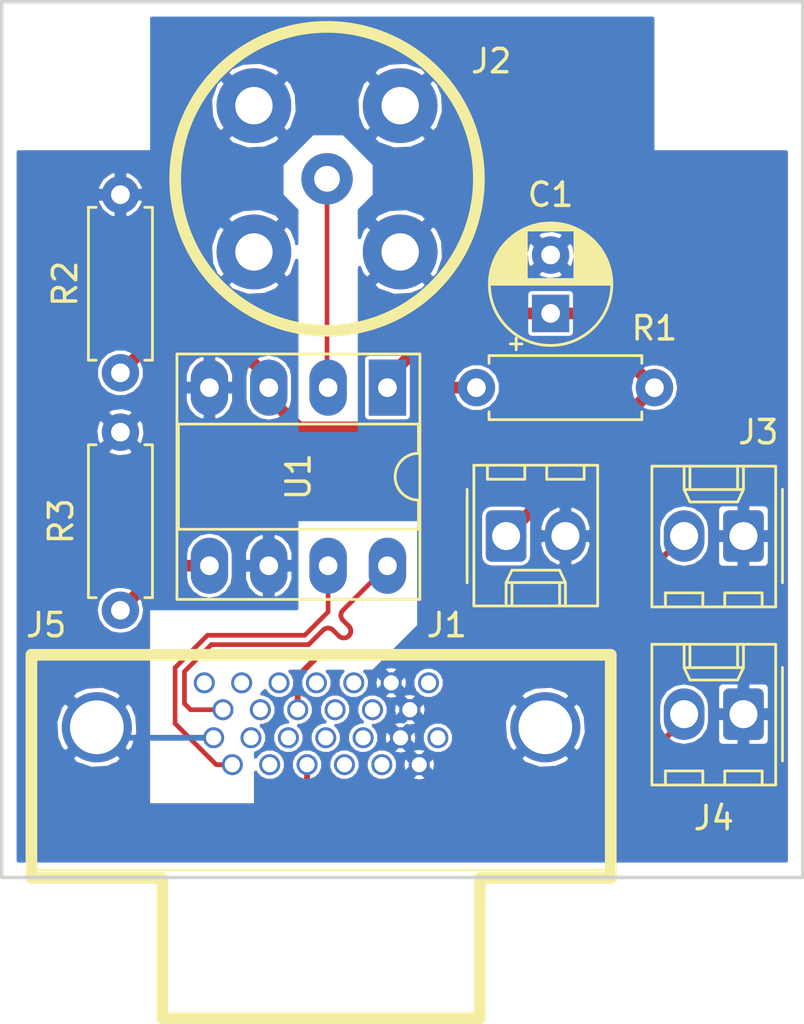
<source format=kicad_pcb>
(kicad_pcb (version 20171130) (host pcbnew "(5.0.2)-1")

  (general
    (thickness 1.6)
    (drawings 4)
    (tracks 78)
    (zones 0)
    (modules 12)
    (nets 27)
  )

  (page A4)
  (layers
    (0 F.Cu signal)
    (31 B.Cu signal)
    (32 B.Adhes user)
    (33 F.Adhes user)
    (34 B.Paste user)
    (35 F.Paste user)
    (36 B.SilkS user)
    (37 F.SilkS user)
    (38 B.Mask user)
    (39 F.Mask user)
    (40 Dwgs.User user)
    (41 Cmts.User user)
    (42 Eco1.User user)
    (43 Eco2.User user)
    (44 Edge.Cuts user)
    (45 Margin user)
    (46 B.CrtYd user)
    (47 F.CrtYd user)
    (48 B.Fab user)
    (49 F.Fab user hide)
  )

  (setup
    (last_trace_width 0.1524)
    (user_trace_width 0.2)
    (user_trace_width 0.25)
    (user_trace_width 0.5)
    (trace_clearance 0.1524)
    (zone_clearance 0.1524)
    (zone_45_only no)
    (trace_min 0.1524)
    (segment_width 0.2)
    (edge_width 0.15)
    (via_size 0.8)
    (via_drill 0.4)
    (via_min_size 0.4)
    (via_min_drill 0.3)
    (uvia_size 0.3)
    (uvia_drill 0.1)
    (uvias_allowed no)
    (uvia_min_size 0.2)
    (uvia_min_drill 0.1)
    (pcb_text_width 0.3)
    (pcb_text_size 1.5 1.5)
    (mod_edge_width 0.15)
    (mod_text_size 1 1)
    (mod_text_width 0.15)
    (pad_size 3 3)
    (pad_drill 2.3)
    (pad_to_mask_clearance 0.051)
    (solder_mask_min_width 0.25)
    (aux_axis_origin 0 0)
    (visible_elements 7FFFFFFF)
    (pcbplotparams
      (layerselection 0x010fc_ffffffff)
      (usegerberextensions false)
      (usegerberattributes false)
      (usegerberadvancedattributes false)
      (creategerberjobfile false)
      (excludeedgelayer true)
      (linewidth 0.100000)
      (plotframeref false)
      (viasonmask false)
      (mode 1)
      (useauxorigin false)
      (hpglpennumber 1)
      (hpglpenspeed 20)
      (hpglpendiameter 15.000000)
      (psnegative false)
      (psa4output false)
      (plotreference true)
      (plotvalue true)
      (plotinvisibletext false)
      (padsonsilk false)
      (subtractmaskfromsilk false)
      (outputformat 1)
      (mirror false)
      (drillshape 1)
      (scaleselection 1)
      (outputdirectory ""))
  )

  (net 0 "")
  (net 1 VCC)
  (net 2 GND)
  (net 3 "Net-(J2-Pad1)")
  (net 4 "Net-(J3-Pad2)")
  (net 5 "Net-(J4-Pad2)")
  (net 6 "Net-(J5-Pad1)")
  (net 7 "Net-(J5-Pad4)")
  (net 8 "Net-(J5-Pad7)")
  (net 9 "Net-(J5-Pad5)")
  (net 10 "Net-(J5-Pad6)")
  (net 11 "Net-(J5-Pad11)")
  (net 12 "Net-(J5-Pad10)")
  (net 13 "Net-(J5-Pad9)")
  (net 14 "Net-(J5-Pad13)")
  (net 15 "Net-(J5-Pad24)")
  (net 16 "Net-(J5-Pad20)")
  (net 17 "Net-(J5-Pad23)")
  (net 18 "Net-(J5-Pad14)")
  (net 19 "Net-(J5-Pad17)")
  (net 20 "Net-(J5-Pad19)")
  (net 21 "Net-(J5-Pad22)")
  (net 22 "Net-(J5-Pad18)")
  (net 23 "Net-(R1-Pad1)")
  (net 24 "Net-(R3-Pad2)")
  (net 25 DP_N)
  (net 26 DP_P)

  (net_class Default "This is the default net class."
    (clearance 0.1524)
    (trace_width 0.1524)
    (via_dia 0.8)
    (via_drill 0.4)
    (uvia_dia 0.3)
    (uvia_drill 0.1)
    (diff_pair_gap 0.1524)
    (diff_pair_width 0.1524)
    (add_net DP_N)
    (add_net DP_P)
    (add_net GND)
    (add_net "Net-(J2-Pad1)")
    (add_net "Net-(J3-Pad2)")
    (add_net "Net-(J4-Pad2)")
    (add_net "Net-(J5-Pad1)")
    (add_net "Net-(J5-Pad10)")
    (add_net "Net-(J5-Pad11)")
    (add_net "Net-(J5-Pad13)")
    (add_net "Net-(J5-Pad14)")
    (add_net "Net-(J5-Pad17)")
    (add_net "Net-(J5-Pad18)")
    (add_net "Net-(J5-Pad19)")
    (add_net "Net-(J5-Pad20)")
    (add_net "Net-(J5-Pad22)")
    (add_net "Net-(J5-Pad23)")
    (add_net "Net-(J5-Pad24)")
    (add_net "Net-(J5-Pad4)")
    (add_net "Net-(J5-Pad5)")
    (add_net "Net-(J5-Pad6)")
    (add_net "Net-(J5-Pad7)")
    (add_net "Net-(J5-Pad9)")
    (add_net "Net-(R1-Pad1)")
    (add_net "Net-(R3-Pad2)")
    (add_net VCC)
  )

  (module hapi:te_conn_bnc_1634503 (layer F.Cu) (tedit 5C195CA5) (tstamp 5C4B1241)
    (at 113.665 81.28)
    (path /5C193C4E)
    (fp_text reference J2 (at 10.16 -1.905) (layer F.SilkS)
      (effects (font (size 1 1) (thickness 0.15)))
    )
    (fp_text value "Trigger In" (at 3.13 11.43) (layer F.Fab)
      (effects (font (size 1 1) (thickness 0.15)))
    )
    (fp_circle (center 3.13 3.13) (end 9.63 3.13) (layer F.SilkS) (width 0.5))
    (pad 2 thru_hole circle (at 0 0) (size 3.2 3.2) (drill 1.6) (layers *.Cu *.Mask)
      (net 2 GND))
    (pad 2 thru_hole circle (at 0 6.26) (size 3.2 3.2) (drill 1.6) (layers *.Cu *.Mask)
      (net 2 GND))
    (pad 1 thru_hole circle (at 3.13 3.13) (size 2.2 2.2) (drill 1.1) (layers *.Cu *.Mask)
      (net 3 "Net-(J2-Pad1)"))
    (pad 2 thru_hole circle (at 6.26 6.26) (size 3.2 3.2) (drill 1.6) (layers *.Cu *.Mask)
      (net 2 GND))
    (pad 2 thru_hole circle (at 6.26 0) (size 3.2 3.2) (drill 1.6) (layers *.Cu *.Mask)
      (net 2 GND))
  )

  (module Capacitor_THT:CP_Radial_D5.0mm_P2.50mm (layer F.Cu) (tedit 5AE50EF0) (tstamp 5C4B38CB)
    (at 126.365 90.17 90)
    (descr "CP, Radial series, Radial, pin pitch=2.50mm, , diameter=5mm, Electrolytic Capacitor")
    (tags "CP Radial series Radial pin pitch 2.50mm  diameter 5mm Electrolytic Capacitor")
    (path /5C19BFED)
    (fp_text reference C1 (at 5.08 0 180) (layer F.SilkS)
      (effects (font (size 1 1) (thickness 0.15)))
    )
    (fp_text value CP1 (at 1.25 3.75 90) (layer F.Fab)
      (effects (font (size 1 1) (thickness 0.15)))
    )
    (fp_circle (center 1.25 0) (end 3.75 0) (layer F.Fab) (width 0.1))
    (fp_circle (center 1.25 0) (end 3.87 0) (layer F.SilkS) (width 0.12))
    (fp_circle (center 1.25 0) (end 4 0) (layer F.CrtYd) (width 0.05))
    (fp_line (start -0.883605 -1.0875) (end -0.383605 -1.0875) (layer F.Fab) (width 0.1))
    (fp_line (start -0.633605 -1.3375) (end -0.633605 -0.8375) (layer F.Fab) (width 0.1))
    (fp_line (start 1.25 -2.58) (end 1.25 2.58) (layer F.SilkS) (width 0.12))
    (fp_line (start 1.29 -2.58) (end 1.29 2.58) (layer F.SilkS) (width 0.12))
    (fp_line (start 1.33 -2.579) (end 1.33 2.579) (layer F.SilkS) (width 0.12))
    (fp_line (start 1.37 -2.578) (end 1.37 2.578) (layer F.SilkS) (width 0.12))
    (fp_line (start 1.41 -2.576) (end 1.41 2.576) (layer F.SilkS) (width 0.12))
    (fp_line (start 1.45 -2.573) (end 1.45 2.573) (layer F.SilkS) (width 0.12))
    (fp_line (start 1.49 -2.569) (end 1.49 -1.04) (layer F.SilkS) (width 0.12))
    (fp_line (start 1.49 1.04) (end 1.49 2.569) (layer F.SilkS) (width 0.12))
    (fp_line (start 1.53 -2.565) (end 1.53 -1.04) (layer F.SilkS) (width 0.12))
    (fp_line (start 1.53 1.04) (end 1.53 2.565) (layer F.SilkS) (width 0.12))
    (fp_line (start 1.57 -2.561) (end 1.57 -1.04) (layer F.SilkS) (width 0.12))
    (fp_line (start 1.57 1.04) (end 1.57 2.561) (layer F.SilkS) (width 0.12))
    (fp_line (start 1.61 -2.556) (end 1.61 -1.04) (layer F.SilkS) (width 0.12))
    (fp_line (start 1.61 1.04) (end 1.61 2.556) (layer F.SilkS) (width 0.12))
    (fp_line (start 1.65 -2.55) (end 1.65 -1.04) (layer F.SilkS) (width 0.12))
    (fp_line (start 1.65 1.04) (end 1.65 2.55) (layer F.SilkS) (width 0.12))
    (fp_line (start 1.69 -2.543) (end 1.69 -1.04) (layer F.SilkS) (width 0.12))
    (fp_line (start 1.69 1.04) (end 1.69 2.543) (layer F.SilkS) (width 0.12))
    (fp_line (start 1.73 -2.536) (end 1.73 -1.04) (layer F.SilkS) (width 0.12))
    (fp_line (start 1.73 1.04) (end 1.73 2.536) (layer F.SilkS) (width 0.12))
    (fp_line (start 1.77 -2.528) (end 1.77 -1.04) (layer F.SilkS) (width 0.12))
    (fp_line (start 1.77 1.04) (end 1.77 2.528) (layer F.SilkS) (width 0.12))
    (fp_line (start 1.81 -2.52) (end 1.81 -1.04) (layer F.SilkS) (width 0.12))
    (fp_line (start 1.81 1.04) (end 1.81 2.52) (layer F.SilkS) (width 0.12))
    (fp_line (start 1.85 -2.511) (end 1.85 -1.04) (layer F.SilkS) (width 0.12))
    (fp_line (start 1.85 1.04) (end 1.85 2.511) (layer F.SilkS) (width 0.12))
    (fp_line (start 1.89 -2.501) (end 1.89 -1.04) (layer F.SilkS) (width 0.12))
    (fp_line (start 1.89 1.04) (end 1.89 2.501) (layer F.SilkS) (width 0.12))
    (fp_line (start 1.93 -2.491) (end 1.93 -1.04) (layer F.SilkS) (width 0.12))
    (fp_line (start 1.93 1.04) (end 1.93 2.491) (layer F.SilkS) (width 0.12))
    (fp_line (start 1.971 -2.48) (end 1.971 -1.04) (layer F.SilkS) (width 0.12))
    (fp_line (start 1.971 1.04) (end 1.971 2.48) (layer F.SilkS) (width 0.12))
    (fp_line (start 2.011 -2.468) (end 2.011 -1.04) (layer F.SilkS) (width 0.12))
    (fp_line (start 2.011 1.04) (end 2.011 2.468) (layer F.SilkS) (width 0.12))
    (fp_line (start 2.051 -2.455) (end 2.051 -1.04) (layer F.SilkS) (width 0.12))
    (fp_line (start 2.051 1.04) (end 2.051 2.455) (layer F.SilkS) (width 0.12))
    (fp_line (start 2.091 -2.442) (end 2.091 -1.04) (layer F.SilkS) (width 0.12))
    (fp_line (start 2.091 1.04) (end 2.091 2.442) (layer F.SilkS) (width 0.12))
    (fp_line (start 2.131 -2.428) (end 2.131 -1.04) (layer F.SilkS) (width 0.12))
    (fp_line (start 2.131 1.04) (end 2.131 2.428) (layer F.SilkS) (width 0.12))
    (fp_line (start 2.171 -2.414) (end 2.171 -1.04) (layer F.SilkS) (width 0.12))
    (fp_line (start 2.171 1.04) (end 2.171 2.414) (layer F.SilkS) (width 0.12))
    (fp_line (start 2.211 -2.398) (end 2.211 -1.04) (layer F.SilkS) (width 0.12))
    (fp_line (start 2.211 1.04) (end 2.211 2.398) (layer F.SilkS) (width 0.12))
    (fp_line (start 2.251 -2.382) (end 2.251 -1.04) (layer F.SilkS) (width 0.12))
    (fp_line (start 2.251 1.04) (end 2.251 2.382) (layer F.SilkS) (width 0.12))
    (fp_line (start 2.291 -2.365) (end 2.291 -1.04) (layer F.SilkS) (width 0.12))
    (fp_line (start 2.291 1.04) (end 2.291 2.365) (layer F.SilkS) (width 0.12))
    (fp_line (start 2.331 -2.348) (end 2.331 -1.04) (layer F.SilkS) (width 0.12))
    (fp_line (start 2.331 1.04) (end 2.331 2.348) (layer F.SilkS) (width 0.12))
    (fp_line (start 2.371 -2.329) (end 2.371 -1.04) (layer F.SilkS) (width 0.12))
    (fp_line (start 2.371 1.04) (end 2.371 2.329) (layer F.SilkS) (width 0.12))
    (fp_line (start 2.411 -2.31) (end 2.411 -1.04) (layer F.SilkS) (width 0.12))
    (fp_line (start 2.411 1.04) (end 2.411 2.31) (layer F.SilkS) (width 0.12))
    (fp_line (start 2.451 -2.29) (end 2.451 -1.04) (layer F.SilkS) (width 0.12))
    (fp_line (start 2.451 1.04) (end 2.451 2.29) (layer F.SilkS) (width 0.12))
    (fp_line (start 2.491 -2.268) (end 2.491 -1.04) (layer F.SilkS) (width 0.12))
    (fp_line (start 2.491 1.04) (end 2.491 2.268) (layer F.SilkS) (width 0.12))
    (fp_line (start 2.531 -2.247) (end 2.531 -1.04) (layer F.SilkS) (width 0.12))
    (fp_line (start 2.531 1.04) (end 2.531 2.247) (layer F.SilkS) (width 0.12))
    (fp_line (start 2.571 -2.224) (end 2.571 -1.04) (layer F.SilkS) (width 0.12))
    (fp_line (start 2.571 1.04) (end 2.571 2.224) (layer F.SilkS) (width 0.12))
    (fp_line (start 2.611 -2.2) (end 2.611 -1.04) (layer F.SilkS) (width 0.12))
    (fp_line (start 2.611 1.04) (end 2.611 2.2) (layer F.SilkS) (width 0.12))
    (fp_line (start 2.651 -2.175) (end 2.651 -1.04) (layer F.SilkS) (width 0.12))
    (fp_line (start 2.651 1.04) (end 2.651 2.175) (layer F.SilkS) (width 0.12))
    (fp_line (start 2.691 -2.149) (end 2.691 -1.04) (layer F.SilkS) (width 0.12))
    (fp_line (start 2.691 1.04) (end 2.691 2.149) (layer F.SilkS) (width 0.12))
    (fp_line (start 2.731 -2.122) (end 2.731 -1.04) (layer F.SilkS) (width 0.12))
    (fp_line (start 2.731 1.04) (end 2.731 2.122) (layer F.SilkS) (width 0.12))
    (fp_line (start 2.771 -2.095) (end 2.771 -1.04) (layer F.SilkS) (width 0.12))
    (fp_line (start 2.771 1.04) (end 2.771 2.095) (layer F.SilkS) (width 0.12))
    (fp_line (start 2.811 -2.065) (end 2.811 -1.04) (layer F.SilkS) (width 0.12))
    (fp_line (start 2.811 1.04) (end 2.811 2.065) (layer F.SilkS) (width 0.12))
    (fp_line (start 2.851 -2.035) (end 2.851 -1.04) (layer F.SilkS) (width 0.12))
    (fp_line (start 2.851 1.04) (end 2.851 2.035) (layer F.SilkS) (width 0.12))
    (fp_line (start 2.891 -2.004) (end 2.891 -1.04) (layer F.SilkS) (width 0.12))
    (fp_line (start 2.891 1.04) (end 2.891 2.004) (layer F.SilkS) (width 0.12))
    (fp_line (start 2.931 -1.971) (end 2.931 -1.04) (layer F.SilkS) (width 0.12))
    (fp_line (start 2.931 1.04) (end 2.931 1.971) (layer F.SilkS) (width 0.12))
    (fp_line (start 2.971 -1.937) (end 2.971 -1.04) (layer F.SilkS) (width 0.12))
    (fp_line (start 2.971 1.04) (end 2.971 1.937) (layer F.SilkS) (width 0.12))
    (fp_line (start 3.011 -1.901) (end 3.011 -1.04) (layer F.SilkS) (width 0.12))
    (fp_line (start 3.011 1.04) (end 3.011 1.901) (layer F.SilkS) (width 0.12))
    (fp_line (start 3.051 -1.864) (end 3.051 -1.04) (layer F.SilkS) (width 0.12))
    (fp_line (start 3.051 1.04) (end 3.051 1.864) (layer F.SilkS) (width 0.12))
    (fp_line (start 3.091 -1.826) (end 3.091 -1.04) (layer F.SilkS) (width 0.12))
    (fp_line (start 3.091 1.04) (end 3.091 1.826) (layer F.SilkS) (width 0.12))
    (fp_line (start 3.131 -1.785) (end 3.131 -1.04) (layer F.SilkS) (width 0.12))
    (fp_line (start 3.131 1.04) (end 3.131 1.785) (layer F.SilkS) (width 0.12))
    (fp_line (start 3.171 -1.743) (end 3.171 -1.04) (layer F.SilkS) (width 0.12))
    (fp_line (start 3.171 1.04) (end 3.171 1.743) (layer F.SilkS) (width 0.12))
    (fp_line (start 3.211 -1.699) (end 3.211 -1.04) (layer F.SilkS) (width 0.12))
    (fp_line (start 3.211 1.04) (end 3.211 1.699) (layer F.SilkS) (width 0.12))
    (fp_line (start 3.251 -1.653) (end 3.251 -1.04) (layer F.SilkS) (width 0.12))
    (fp_line (start 3.251 1.04) (end 3.251 1.653) (layer F.SilkS) (width 0.12))
    (fp_line (start 3.291 -1.605) (end 3.291 -1.04) (layer F.SilkS) (width 0.12))
    (fp_line (start 3.291 1.04) (end 3.291 1.605) (layer F.SilkS) (width 0.12))
    (fp_line (start 3.331 -1.554) (end 3.331 -1.04) (layer F.SilkS) (width 0.12))
    (fp_line (start 3.331 1.04) (end 3.331 1.554) (layer F.SilkS) (width 0.12))
    (fp_line (start 3.371 -1.5) (end 3.371 -1.04) (layer F.SilkS) (width 0.12))
    (fp_line (start 3.371 1.04) (end 3.371 1.5) (layer F.SilkS) (width 0.12))
    (fp_line (start 3.411 -1.443) (end 3.411 -1.04) (layer F.SilkS) (width 0.12))
    (fp_line (start 3.411 1.04) (end 3.411 1.443) (layer F.SilkS) (width 0.12))
    (fp_line (start 3.451 -1.383) (end 3.451 -1.04) (layer F.SilkS) (width 0.12))
    (fp_line (start 3.451 1.04) (end 3.451 1.383) (layer F.SilkS) (width 0.12))
    (fp_line (start 3.491 -1.319) (end 3.491 -1.04) (layer F.SilkS) (width 0.12))
    (fp_line (start 3.491 1.04) (end 3.491 1.319) (layer F.SilkS) (width 0.12))
    (fp_line (start 3.531 -1.251) (end 3.531 -1.04) (layer F.SilkS) (width 0.12))
    (fp_line (start 3.531 1.04) (end 3.531 1.251) (layer F.SilkS) (width 0.12))
    (fp_line (start 3.571 -1.178) (end 3.571 1.178) (layer F.SilkS) (width 0.12))
    (fp_line (start 3.611 -1.098) (end 3.611 1.098) (layer F.SilkS) (width 0.12))
    (fp_line (start 3.651 -1.011) (end 3.651 1.011) (layer F.SilkS) (width 0.12))
    (fp_line (start 3.691 -0.915) (end 3.691 0.915) (layer F.SilkS) (width 0.12))
    (fp_line (start 3.731 -0.805) (end 3.731 0.805) (layer F.SilkS) (width 0.12))
    (fp_line (start 3.771 -0.677) (end 3.771 0.677) (layer F.SilkS) (width 0.12))
    (fp_line (start 3.811 -0.518) (end 3.811 0.518) (layer F.SilkS) (width 0.12))
    (fp_line (start 3.851 -0.284) (end 3.851 0.284) (layer F.SilkS) (width 0.12))
    (fp_line (start -1.554775 -1.475) (end -1.054775 -1.475) (layer F.SilkS) (width 0.12))
    (fp_line (start -1.304775 -1.725) (end -1.304775 -1.225) (layer F.SilkS) (width 0.12))
    (fp_text user %R (at 1.25 0 90) (layer F.Fab)
      (effects (font (size 1 1) (thickness 0.15)))
    )
    (pad 1 thru_hole rect (at 0 0 90) (size 1.6 1.6) (drill 0.8) (layers *.Cu *.Mask)
      (net 1 VCC))
    (pad 2 thru_hole circle (at 2.5 0 90) (size 1.6 1.6) (drill 0.8) (layers *.Cu *.Mask)
      (net 2 GND))
    (model ${KISYS3DMOD}/Capacitor_THT.3dshapes/CP_Radial_D5.0mm_P2.50mm.wrl
      (at (xyz 0 0 0))
      (scale (xyz 1 1 1))
      (rotate (xyz 0 0 0))
    )
  )

  (module Connector_Molex:Molex_KK-254_AE-6410-02A_1x02_P2.54mm_Vertical (layer F.Cu) (tedit 5B78013E) (tstamp 5C4B1860)
    (at 124.46 99.695)
    (descr "Molex KK-254 Interconnect System, old/engineering part number: AE-6410-02A example for new part number: 22-27-2021, 2 Pins (http://www.molex.com/pdm_docs/sd/022272021_sd.pdf), generated with kicad-footprint-generator")
    (tags "connector Molex KK-254 side entry")
    (path /5C193D52)
    (fp_text reference J1 (at -2.54 3.81) (layer F.SilkS)
      (effects (font (size 1 1) (thickness 0.15)))
    )
    (fp_text value Power (at 1.27 4.08) (layer F.Fab)
      (effects (font (size 1 1) (thickness 0.15)))
    )
    (fp_line (start -1.27 -2.92) (end -1.27 2.88) (layer F.Fab) (width 0.1))
    (fp_line (start -1.27 2.88) (end 3.81 2.88) (layer F.Fab) (width 0.1))
    (fp_line (start 3.81 2.88) (end 3.81 -2.92) (layer F.Fab) (width 0.1))
    (fp_line (start 3.81 -2.92) (end -1.27 -2.92) (layer F.Fab) (width 0.1))
    (fp_line (start -1.38 -3.03) (end -1.38 2.99) (layer F.SilkS) (width 0.12))
    (fp_line (start -1.38 2.99) (end 3.92 2.99) (layer F.SilkS) (width 0.12))
    (fp_line (start 3.92 2.99) (end 3.92 -3.03) (layer F.SilkS) (width 0.12))
    (fp_line (start 3.92 -3.03) (end -1.38 -3.03) (layer F.SilkS) (width 0.12))
    (fp_line (start -1.67 -2) (end -1.67 2) (layer F.SilkS) (width 0.12))
    (fp_line (start -1.27 -0.5) (end -0.562893 0) (layer F.Fab) (width 0.1))
    (fp_line (start -0.562893 0) (end -1.27 0.5) (layer F.Fab) (width 0.1))
    (fp_line (start 0 2.99) (end 0 1.99) (layer F.SilkS) (width 0.12))
    (fp_line (start 0 1.99) (end 2.54 1.99) (layer F.SilkS) (width 0.12))
    (fp_line (start 2.54 1.99) (end 2.54 2.99) (layer F.SilkS) (width 0.12))
    (fp_line (start 0 1.99) (end 0.25 1.46) (layer F.SilkS) (width 0.12))
    (fp_line (start 0.25 1.46) (end 2.29 1.46) (layer F.SilkS) (width 0.12))
    (fp_line (start 2.29 1.46) (end 2.54 1.99) (layer F.SilkS) (width 0.12))
    (fp_line (start 0.25 2.99) (end 0.25 1.99) (layer F.SilkS) (width 0.12))
    (fp_line (start 2.29 2.99) (end 2.29 1.99) (layer F.SilkS) (width 0.12))
    (fp_line (start -0.8 -3.03) (end -0.8 -2.43) (layer F.SilkS) (width 0.12))
    (fp_line (start -0.8 -2.43) (end 0.8 -2.43) (layer F.SilkS) (width 0.12))
    (fp_line (start 0.8 -2.43) (end 0.8 -3.03) (layer F.SilkS) (width 0.12))
    (fp_line (start 1.74 -3.03) (end 1.74 -2.43) (layer F.SilkS) (width 0.12))
    (fp_line (start 1.74 -2.43) (end 3.34 -2.43) (layer F.SilkS) (width 0.12))
    (fp_line (start 3.34 -2.43) (end 3.34 -3.03) (layer F.SilkS) (width 0.12))
    (fp_line (start -1.77 -3.42) (end -1.77 3.38) (layer F.CrtYd) (width 0.05))
    (fp_line (start -1.77 3.38) (end 4.31 3.38) (layer F.CrtYd) (width 0.05))
    (fp_line (start 4.31 3.38) (end 4.31 -3.42) (layer F.CrtYd) (width 0.05))
    (fp_line (start 4.31 -3.42) (end -1.77 -3.42) (layer F.CrtYd) (width 0.05))
    (fp_text user %R (at 1.27 3.81) (layer F.Fab)
      (effects (font (size 1 1) (thickness 0.15)))
    )
    (pad 1 thru_hole roundrect (at 0 0) (size 1.74 2.2) (drill 1.2) (layers *.Cu *.Mask) (roundrect_rratio 0.143678)
      (net 1 VCC))
    (pad 2 thru_hole oval (at 2.54 0) (size 1.74 2.2) (drill 1.2) (layers *.Cu *.Mask)
      (net 2 GND))
    (model ${KISYS3DMOD}/Connector_Molex.3dshapes/Molex_KK-254_AE-6410-02A_1x02_P2.54mm_Vertical.wrl
      (at (xyz 0 0 0))
      (scale (xyz 1 1 1))
      (rotate (xyz 0 0 0))
    )
  )

  (module Connector_Molex:Molex_KK-254_AE-6410-02A_1x02_P2.54mm_Vertical (layer F.Cu) (tedit 5B78013E) (tstamp 5C4B22D2)
    (at 134.62 99.695 180)
    (descr "Molex KK-254 Interconnect System, old/engineering part number: AE-6410-02A example for new part number: 22-27-2021, 2 Pins (http://www.molex.com/pdm_docs/sd/022272021_sd.pdf), generated with kicad-footprint-generator")
    (tags "connector Molex KK-254 side entry")
    (path /5C196E53)
    (fp_text reference J3 (at -0.635 4.445 180) (layer F.SilkS)
      (effects (font (size 1 1) (thickness 0.15)))
    )
    (fp_text value "Laser Ready" (at 1.27 4.08 180) (layer F.Fab)
      (effects (font (size 1 1) (thickness 0.15)))
    )
    (fp_text user %R (at 1.27 -2.22 180) (layer F.Fab)
      (effects (font (size 1 1) (thickness 0.15)))
    )
    (fp_line (start 4.31 -3.42) (end -1.77 -3.42) (layer F.CrtYd) (width 0.05))
    (fp_line (start 4.31 3.38) (end 4.31 -3.42) (layer F.CrtYd) (width 0.05))
    (fp_line (start -1.77 3.38) (end 4.31 3.38) (layer F.CrtYd) (width 0.05))
    (fp_line (start -1.77 -3.42) (end -1.77 3.38) (layer F.CrtYd) (width 0.05))
    (fp_line (start 3.34 -2.43) (end 3.34 -3.03) (layer F.SilkS) (width 0.12))
    (fp_line (start 1.74 -2.43) (end 3.34 -2.43) (layer F.SilkS) (width 0.12))
    (fp_line (start 1.74 -3.03) (end 1.74 -2.43) (layer F.SilkS) (width 0.12))
    (fp_line (start 0.8 -2.43) (end 0.8 -3.03) (layer F.SilkS) (width 0.12))
    (fp_line (start -0.8 -2.43) (end 0.8 -2.43) (layer F.SilkS) (width 0.12))
    (fp_line (start -0.8 -3.03) (end -0.8 -2.43) (layer F.SilkS) (width 0.12))
    (fp_line (start 2.29 2.99) (end 2.29 1.99) (layer F.SilkS) (width 0.12))
    (fp_line (start 0.25 2.99) (end 0.25 1.99) (layer F.SilkS) (width 0.12))
    (fp_line (start 2.29 1.46) (end 2.54 1.99) (layer F.SilkS) (width 0.12))
    (fp_line (start 0.25 1.46) (end 2.29 1.46) (layer F.SilkS) (width 0.12))
    (fp_line (start 0 1.99) (end 0.25 1.46) (layer F.SilkS) (width 0.12))
    (fp_line (start 2.54 1.99) (end 2.54 2.99) (layer F.SilkS) (width 0.12))
    (fp_line (start 0 1.99) (end 2.54 1.99) (layer F.SilkS) (width 0.12))
    (fp_line (start 0 2.99) (end 0 1.99) (layer F.SilkS) (width 0.12))
    (fp_line (start -0.562893 0) (end -1.27 0.5) (layer F.Fab) (width 0.1))
    (fp_line (start -1.27 -0.5) (end -0.562893 0) (layer F.Fab) (width 0.1))
    (fp_line (start -1.67 -2) (end -1.67 2) (layer F.SilkS) (width 0.12))
    (fp_line (start 3.92 -3.03) (end -1.38 -3.03) (layer F.SilkS) (width 0.12))
    (fp_line (start 3.92 2.99) (end 3.92 -3.03) (layer F.SilkS) (width 0.12))
    (fp_line (start -1.38 2.99) (end 3.92 2.99) (layer F.SilkS) (width 0.12))
    (fp_line (start -1.38 -3.03) (end -1.38 2.99) (layer F.SilkS) (width 0.12))
    (fp_line (start 3.81 -2.92) (end -1.27 -2.92) (layer F.Fab) (width 0.1))
    (fp_line (start 3.81 2.88) (end 3.81 -2.92) (layer F.Fab) (width 0.1))
    (fp_line (start -1.27 2.88) (end 3.81 2.88) (layer F.Fab) (width 0.1))
    (fp_line (start -1.27 -2.92) (end -1.27 2.88) (layer F.Fab) (width 0.1))
    (pad 2 thru_hole oval (at 2.54 0 180) (size 1.74 2.2) (drill 1.2) (layers *.Cu *.Mask)
      (net 4 "Net-(J3-Pad2)"))
    (pad 1 thru_hole roundrect (at 0 0 180) (size 1.74 2.2) (drill 1.2) (layers *.Cu *.Mask) (roundrect_rratio 0.143678)
      (net 2 GND))
    (model ${KISYS3DMOD}/Connector_Molex.3dshapes/Molex_KK-254_AE-6410-02A_1x02_P2.54mm_Vertical.wrl
      (at (xyz 0 0 0))
      (scale (xyz 1 1 1))
      (rotate (xyz 0 0 0))
    )
  )

  (module Connector_Molex:Molex_KK-254_AE-6410-02A_1x02_P2.54mm_Vertical (layer F.Cu) (tedit 5B78013E) (tstamp 5C4B1289)
    (at 134.62 107.315 180)
    (descr "Molex KK-254 Interconnect System, old/engineering part number: AE-6410-02A example for new part number: 22-27-2021, 2 Pins (http://www.molex.com/pdm_docs/sd/022272021_sd.pdf), generated with kicad-footprint-generator")
    (tags "connector Molex KK-254 side entry")
    (path /5C196F41)
    (fp_text reference J4 (at 1.27 -4.445 180) (layer F.SilkS)
      (effects (font (size 1 1) (thickness 0.15)))
    )
    (fp_text value "Laser Fault" (at 1.27 4.08 180) (layer F.Fab)
      (effects (font (size 1 1) (thickness 0.15)))
    )
    (fp_line (start -1.27 -2.92) (end -1.27 2.88) (layer F.Fab) (width 0.1))
    (fp_line (start -1.27 2.88) (end 3.81 2.88) (layer F.Fab) (width 0.1))
    (fp_line (start 3.81 2.88) (end 3.81 -2.92) (layer F.Fab) (width 0.1))
    (fp_line (start 3.81 -2.92) (end -1.27 -2.92) (layer F.Fab) (width 0.1))
    (fp_line (start -1.38 -3.03) (end -1.38 2.99) (layer F.SilkS) (width 0.12))
    (fp_line (start -1.38 2.99) (end 3.92 2.99) (layer F.SilkS) (width 0.12))
    (fp_line (start 3.92 2.99) (end 3.92 -3.03) (layer F.SilkS) (width 0.12))
    (fp_line (start 3.92 -3.03) (end -1.38 -3.03) (layer F.SilkS) (width 0.12))
    (fp_line (start -1.67 -2) (end -1.67 2) (layer F.SilkS) (width 0.12))
    (fp_line (start -1.27 -0.5) (end -0.562893 0) (layer F.Fab) (width 0.1))
    (fp_line (start -0.562893 0) (end -1.27 0.5) (layer F.Fab) (width 0.1))
    (fp_line (start 0 2.99) (end 0 1.99) (layer F.SilkS) (width 0.12))
    (fp_line (start 0 1.99) (end 2.54 1.99) (layer F.SilkS) (width 0.12))
    (fp_line (start 2.54 1.99) (end 2.54 2.99) (layer F.SilkS) (width 0.12))
    (fp_line (start 0 1.99) (end 0.25 1.46) (layer F.SilkS) (width 0.12))
    (fp_line (start 0.25 1.46) (end 2.29 1.46) (layer F.SilkS) (width 0.12))
    (fp_line (start 2.29 1.46) (end 2.54 1.99) (layer F.SilkS) (width 0.12))
    (fp_line (start 0.25 2.99) (end 0.25 1.99) (layer F.SilkS) (width 0.12))
    (fp_line (start 2.29 2.99) (end 2.29 1.99) (layer F.SilkS) (width 0.12))
    (fp_line (start -0.8 -3.03) (end -0.8 -2.43) (layer F.SilkS) (width 0.12))
    (fp_line (start -0.8 -2.43) (end 0.8 -2.43) (layer F.SilkS) (width 0.12))
    (fp_line (start 0.8 -2.43) (end 0.8 -3.03) (layer F.SilkS) (width 0.12))
    (fp_line (start 1.74 -3.03) (end 1.74 -2.43) (layer F.SilkS) (width 0.12))
    (fp_line (start 1.74 -2.43) (end 3.34 -2.43) (layer F.SilkS) (width 0.12))
    (fp_line (start 3.34 -2.43) (end 3.34 -3.03) (layer F.SilkS) (width 0.12))
    (fp_line (start -1.77 -3.42) (end -1.77 3.38) (layer F.CrtYd) (width 0.05))
    (fp_line (start -1.77 3.38) (end 4.31 3.38) (layer F.CrtYd) (width 0.05))
    (fp_line (start 4.31 3.38) (end 4.31 -3.42) (layer F.CrtYd) (width 0.05))
    (fp_line (start 4.31 -3.42) (end -1.77 -3.42) (layer F.CrtYd) (width 0.05))
    (fp_text user %R (at 1.27 -2.22 180) (layer F.Fab)
      (effects (font (size 1 1) (thickness 0.15)))
    )
    (pad 1 thru_hole roundrect (at 0 0 180) (size 1.74 2.2) (drill 1.2) (layers *.Cu *.Mask) (roundrect_rratio 0.143678)
      (net 2 GND))
    (pad 2 thru_hole oval (at 2.54 0 180) (size 1.74 2.2) (drill 1.2) (layers *.Cu *.Mask)
      (net 5 "Net-(J4-Pad2)"))
    (model ${KISYS3DMOD}/Connector_Molex.3dshapes/Molex_KK-254_AE-6410-02A_1x02_P2.54mm_Vertical.wrl
      (at (xyz 0 0 0))
      (scale (xyz 1 1 1))
      (rotate (xyz 0 0 0))
    )
  )

  (module hapi:3mtm-shrunk-delta-ribbon-sdr-connectors-122-series-ts2124 (layer F.Cu) (tedit 5C19840B) (tstamp 5C4B12B2)
    (at 104.14 104.775)
    (path /5C194CEC)
    (fp_text reference J5 (at 0.635 -1.27) (layer F.SilkS)
      (effects (font (size 1 1) (thickness 0.15)))
    )
    (fp_text value 12226-5150-00FR (at 12 8.05) (layer F.Fab)
      (effects (font (size 1 1) (thickness 0.15)))
    )
    (fp_line (start 0 0) (end 0 9.55) (layer F.SilkS) (width 0.5))
    (fp_line (start 0 9.55) (end 5.6 9.55) (layer F.SilkS) (width 0.5))
    (fp_line (start 5.6 9.55) (end 5.6 15.55) (layer F.SilkS) (width 0.5))
    (fp_line (start 5.6 15.55) (end 19.2 15.55) (layer F.SilkS) (width 0.5))
    (fp_line (start 19.2 9.55) (end 19.2 15.55) (layer F.SilkS) (width 0.5))
    (fp_line (start 19.2 9.55) (end 24.8 9.55) (layer F.SilkS) (width 0.5))
    (fp_line (start 24.8 0) (end 24.8 9.55) (layer F.SilkS) (width 0.5))
    (fp_line (start 0 0) (end 24.8 0) (layer F.SilkS) (width 0.5))
    (fp_line (start 0 9.2) (end 24.8 9.2) (layer F.SilkS) (width 0.1))
    (pad 1 thru_hole circle (at 17 1.2) (size 0.9 0.9) (drill 0.65) (layers *.Cu *.Mask)
      (net 6 "Net-(J5-Pad1)"))
    (pad 2 thru_hole circle (at 16.2 2.35) (size 0.9 0.9) (drill 0.65) (layers *.Cu *.Mask)
      (net 2 GND))
    (pad 3 thru_hole circle (at 15.4 1.2) (size 0.9 0.9) (drill 0.65) (layers *.Cu *.Mask)
      (net 2 GND))
    (pad 4 thru_hole circle (at 14.6 2.35) (size 0.9 0.9) (drill 0.65) (layers *.Cu *.Mask)
      (net 7 "Net-(J5-Pad4)"))
    (pad 7 thru_hole circle (at 12.2 1.2) (size 0.9 0.9) (drill 0.65) (layers *.Cu *.Mask)
      (net 8 "Net-(J5-Pad7)"))
    (pad 5 thru_hole circle (at 13.8 1.2) (size 0.9 0.9) (drill 0.65) (layers *.Cu *.Mask)
      (net 9 "Net-(J5-Pad5)"))
    (pad 8 thru_hole circle (at 11.4 2.35) (size 0.9 0.9) (drill 0.65) (layers *.Cu *.Mask)
      (net 4 "Net-(J3-Pad2)"))
    (pad 6 thru_hole circle (at 13 2.35) (size 0.9 0.9) (drill 0.65) (layers *.Cu *.Mask)
      (net 10 "Net-(J5-Pad6)"))
    (pad 12 thru_hole circle (at 8.2 2.35) (size 0.9 0.9) (drill 0.65) (layers *.Cu *.Mask)
      (net 25 DP_N))
    (pad 11 thru_hole circle (at 9 1.2) (size 0.9 0.9) (drill 0.65) (layers *.Cu *.Mask)
      (net 11 "Net-(J5-Pad11)"))
    (pad 10 thru_hole circle (at 9.8 2.35) (size 0.9 0.9) (drill 0.65) (layers *.Cu *.Mask)
      (net 12 "Net-(J5-Pad10)"))
    (pad 9 thru_hole circle (at 10.6 1.2) (size 0.9 0.9) (drill 0.65) (layers *.Cu *.Mask)
      (net 13 "Net-(J5-Pad9)"))
    (pad 13 thru_hole circle (at 7.4 1.2) (size 0.9 0.9) (drill 0.65) (layers *.Cu *.Mask)
      (net 14 "Net-(J5-Pad13)"))
    (pad 24 thru_hole circle (at 9.4 3.55) (size 0.9 0.9) (drill 0.65) (layers *.Cu *.Mask)
      (net 15 "Net-(J5-Pad24)"))
    (pad 21 thru_hole circle (at 11.8 4.7) (size 0.9 0.9) (drill 0.65) (layers *.Cu *.Mask)
      (net 5 "Net-(J4-Pad2)"))
    (pad 20 thru_hole circle (at 12.6 3.55) (size 0.9 0.9) (drill 0.65) (layers *.Cu *.Mask)
      (net 16 "Net-(J5-Pad20)"))
    (pad 25 thru_hole circle (at 8.6 4.7) (size 0.9 0.9) (drill 0.65) (layers *.Cu *.Mask)
      (net 26 DP_P))
    (pad 23 thru_hole circle (at 10.2 4.7) (size 0.9 0.9) (drill 0.65) (layers *.Cu *.Mask)
      (net 17 "Net-(J5-Pad23)"))
    (pad 16 thru_hole circle (at 15.8 3.55) (size 0.9 0.9) (drill 0.65) (layers *.Cu *.Mask)
      (net 2 GND))
    (pad 14 thru_hole circle (at 17.4 3.55) (size 0.9 0.9) (drill 0.65) (layers *.Cu *.Mask)
      (net 18 "Net-(J5-Pad14)"))
    (pad 17 thru_hole circle (at 15 4.7) (size 0.9 0.9) (drill 0.65) (layers *.Cu *.Mask)
      (net 19 "Net-(J5-Pad17)"))
    (pad 15 thru_hole circle (at 16.6 4.7) (size 0.9 0.9) (drill 0.65) (layers *.Cu *.Mask)
      (net 2 GND))
    (pad 19 thru_hole circle (at 13.4 4.7) (size 0.9 0.9) (drill 0.65) (layers *.Cu *.Mask)
      (net 20 "Net-(J5-Pad19)"))
    (pad 26 thru_hole circle (at 7.8 3.55) (size 0.9 0.9) (drill 0.65) (layers *.Cu *.Mask)
      (net 2 GND))
    (pad 22 thru_hole circle (at 11 3.55) (size 0.9 0.9) (drill 0.65) (layers *.Cu *.Mask)
      (net 21 "Net-(J5-Pad22)"))
    (pad 18 thru_hole circle (at 14.2 3.55) (size 0.9 0.9) (drill 0.65) (layers *.Cu *.Mask)
      (net 22 "Net-(J5-Pad18)"))
    (pad Shell thru_hole circle (at 22 3.1) (size 3 3) (drill 2.3) (layers *.Cu *.Mask)
      (net 2 GND))
    (pad Shell thru_hole circle (at 2.8 3.1) (size 3 3) (drill 2.3) (layers *.Cu *.Mask)
      (net 2 GND))
  )

  (module Resistor_THT:R_Axial_DIN0207_L6.3mm_D2.5mm_P7.62mm_Horizontal (layer F.Cu) (tedit 5AE5139B) (tstamp 5C4B3491)
    (at 123.19 93.345)
    (descr "Resistor, Axial_DIN0207 series, Axial, Horizontal, pin pitch=7.62mm, 0.25W = 1/4W, length*diameter=6.3*2.5mm^2, http://cdn-reichelt.de/documents/datenblatt/B400/1_4W%23YAG.pdf")
    (tags "Resistor Axial_DIN0207 series Axial Horizontal pin pitch 7.62mm 0.25W = 1/4W length 6.3mm diameter 2.5mm")
    (path /5C194A5F)
    (fp_text reference R1 (at 7.62 -2.54) (layer F.SilkS)
      (effects (font (size 1 1) (thickness 0.15)))
    )
    (fp_text value 10k (at 3.81 2.37) (layer F.Fab)
      (effects (font (size 1 1) (thickness 0.15)))
    )
    (fp_line (start 0.66 -1.25) (end 0.66 1.25) (layer F.Fab) (width 0.1))
    (fp_line (start 0.66 1.25) (end 6.96 1.25) (layer F.Fab) (width 0.1))
    (fp_line (start 6.96 1.25) (end 6.96 -1.25) (layer F.Fab) (width 0.1))
    (fp_line (start 6.96 -1.25) (end 0.66 -1.25) (layer F.Fab) (width 0.1))
    (fp_line (start 0 0) (end 0.66 0) (layer F.Fab) (width 0.1))
    (fp_line (start 7.62 0) (end 6.96 0) (layer F.Fab) (width 0.1))
    (fp_line (start 0.54 -1.04) (end 0.54 -1.37) (layer F.SilkS) (width 0.12))
    (fp_line (start 0.54 -1.37) (end 7.08 -1.37) (layer F.SilkS) (width 0.12))
    (fp_line (start 7.08 -1.37) (end 7.08 -1.04) (layer F.SilkS) (width 0.12))
    (fp_line (start 0.54 1.04) (end 0.54 1.37) (layer F.SilkS) (width 0.12))
    (fp_line (start 0.54 1.37) (end 7.08 1.37) (layer F.SilkS) (width 0.12))
    (fp_line (start 7.08 1.37) (end 7.08 1.04) (layer F.SilkS) (width 0.12))
    (fp_line (start -1.05 -1.5) (end -1.05 1.5) (layer F.CrtYd) (width 0.05))
    (fp_line (start -1.05 1.5) (end 8.67 1.5) (layer F.CrtYd) (width 0.05))
    (fp_line (start 8.67 1.5) (end 8.67 -1.5) (layer F.CrtYd) (width 0.05))
    (fp_line (start 8.67 -1.5) (end -1.05 -1.5) (layer F.CrtYd) (width 0.05))
    (fp_text user %R (at 3.81 0) (layer F.Fab)
      (effects (font (size 1 1) (thickness 0.15)))
    )
    (pad 1 thru_hole circle (at 0 0) (size 1.6 1.6) (drill 0.8) (layers *.Cu *.Mask)
      (net 23 "Net-(R1-Pad1)"))
    (pad 2 thru_hole oval (at 7.62 0) (size 1.6 1.6) (drill 0.8) (layers *.Cu *.Mask)
      (net 1 VCC))
    (model ${KISYS3DMOD}/Resistor_THT.3dshapes/R_Axial_DIN0207_L6.3mm_D2.5mm_P7.62mm_Horizontal.wrl
      (at (xyz 0 0 0))
      (scale (xyz 1 1 1))
      (rotate (xyz 0 0 0))
    )
  )

  (module Resistor_THT:R_Axial_DIN0207_L6.3mm_D2.5mm_P7.62mm_Horizontal (layer F.Cu) (tedit 5AE5139B) (tstamp 5C4B40F4)
    (at 107.95 92.71 90)
    (descr "Resistor, Axial_DIN0207 series, Axial, Horizontal, pin pitch=7.62mm, 0.25W = 1/4W, length*diameter=6.3*2.5mm^2, http://cdn-reichelt.de/documents/datenblatt/B400/1_4W%23YAG.pdf")
    (tags "Resistor Axial_DIN0207 series Axial Horizontal pin pitch 7.62mm 0.25W = 1/4W length 6.3mm diameter 2.5mm")
    (path /5C1949F7)
    (fp_text reference R2 (at 3.81 -2.37 90) (layer F.SilkS)
      (effects (font (size 1 1) (thickness 0.15)))
    )
    (fp_text value 10k (at 3.81 2.37 90) (layer F.Fab)
      (effects (font (size 1 1) (thickness 0.15)))
    )
    (fp_text user %R (at 3.81 0 90) (layer F.Fab)
      (effects (font (size 1 1) (thickness 0.15)))
    )
    (fp_line (start 8.67 -1.5) (end -1.05 -1.5) (layer F.CrtYd) (width 0.05))
    (fp_line (start 8.67 1.5) (end 8.67 -1.5) (layer F.CrtYd) (width 0.05))
    (fp_line (start -1.05 1.5) (end 8.67 1.5) (layer F.CrtYd) (width 0.05))
    (fp_line (start -1.05 -1.5) (end -1.05 1.5) (layer F.CrtYd) (width 0.05))
    (fp_line (start 7.08 1.37) (end 7.08 1.04) (layer F.SilkS) (width 0.12))
    (fp_line (start 0.54 1.37) (end 7.08 1.37) (layer F.SilkS) (width 0.12))
    (fp_line (start 0.54 1.04) (end 0.54 1.37) (layer F.SilkS) (width 0.12))
    (fp_line (start 7.08 -1.37) (end 7.08 -1.04) (layer F.SilkS) (width 0.12))
    (fp_line (start 0.54 -1.37) (end 7.08 -1.37) (layer F.SilkS) (width 0.12))
    (fp_line (start 0.54 -1.04) (end 0.54 -1.37) (layer F.SilkS) (width 0.12))
    (fp_line (start 7.62 0) (end 6.96 0) (layer F.Fab) (width 0.1))
    (fp_line (start 0 0) (end 0.66 0) (layer F.Fab) (width 0.1))
    (fp_line (start 6.96 -1.25) (end 0.66 -1.25) (layer F.Fab) (width 0.1))
    (fp_line (start 6.96 1.25) (end 6.96 -1.25) (layer F.Fab) (width 0.1))
    (fp_line (start 0.66 1.25) (end 6.96 1.25) (layer F.Fab) (width 0.1))
    (fp_line (start 0.66 -1.25) (end 0.66 1.25) (layer F.Fab) (width 0.1))
    (pad 2 thru_hole oval (at 7.62 0 90) (size 1.6 1.6) (drill 0.8) (layers *.Cu *.Mask)
      (net 2 GND))
    (pad 1 thru_hole circle (at 0 0 90) (size 1.6 1.6) (drill 0.8) (layers *.Cu *.Mask)
      (net 23 "Net-(R1-Pad1)"))
    (model ${KISYS3DMOD}/Resistor_THT.3dshapes/R_Axial_DIN0207_L6.3mm_D2.5mm_P7.62mm_Horizontal.wrl
      (at (xyz 0 0 0))
      (scale (xyz 1 1 1))
      (rotate (xyz 0 0 0))
    )
  )

  (module Resistor_THT:R_Axial_DIN0207_L6.3mm_D2.5mm_P7.62mm_Horizontal (layer F.Cu) (tedit 5AE5139B) (tstamp 5C4B1C38)
    (at 107.95 95.25 270)
    (descr "Resistor, Axial_DIN0207 series, Axial, Horizontal, pin pitch=7.62mm, 0.25W = 1/4W, length*diameter=6.3*2.5mm^2, http://cdn-reichelt.de/documents/datenblatt/B400/1_4W%23YAG.pdf")
    (tags "Resistor Axial_DIN0207 series Axial Horizontal pin pitch 7.62mm 0.25W = 1/4W length 6.3mm diameter 2.5mm")
    (path /5C193FF1)
    (fp_text reference R3 (at 3.81 2.54 270) (layer F.SilkS)
      (effects (font (size 1 1) (thickness 0.15)))
    )
    (fp_text value 10k (at 3.81 2.37 270) (layer F.Fab)
      (effects (font (size 1 1) (thickness 0.15)))
    )
    (fp_line (start 0.66 -1.25) (end 0.66 1.25) (layer F.Fab) (width 0.1))
    (fp_line (start 0.66 1.25) (end 6.96 1.25) (layer F.Fab) (width 0.1))
    (fp_line (start 6.96 1.25) (end 6.96 -1.25) (layer F.Fab) (width 0.1))
    (fp_line (start 6.96 -1.25) (end 0.66 -1.25) (layer F.Fab) (width 0.1))
    (fp_line (start 0 0) (end 0.66 0) (layer F.Fab) (width 0.1))
    (fp_line (start 7.62 0) (end 6.96 0) (layer F.Fab) (width 0.1))
    (fp_line (start 0.54 -1.04) (end 0.54 -1.37) (layer F.SilkS) (width 0.12))
    (fp_line (start 0.54 -1.37) (end 7.08 -1.37) (layer F.SilkS) (width 0.12))
    (fp_line (start 7.08 -1.37) (end 7.08 -1.04) (layer F.SilkS) (width 0.12))
    (fp_line (start 0.54 1.04) (end 0.54 1.37) (layer F.SilkS) (width 0.12))
    (fp_line (start 0.54 1.37) (end 7.08 1.37) (layer F.SilkS) (width 0.12))
    (fp_line (start 7.08 1.37) (end 7.08 1.04) (layer F.SilkS) (width 0.12))
    (fp_line (start -1.05 -1.5) (end -1.05 1.5) (layer F.CrtYd) (width 0.05))
    (fp_line (start -1.05 1.5) (end 8.67 1.5) (layer F.CrtYd) (width 0.05))
    (fp_line (start 8.67 1.5) (end 8.67 -1.5) (layer F.CrtYd) (width 0.05))
    (fp_line (start 8.67 -1.5) (end -1.05 -1.5) (layer F.CrtYd) (width 0.05))
    (fp_text user %R (at 3.81 0 270) (layer F.Fab)
      (effects (font (size 1 1) (thickness 0.15)))
    )
    (pad 1 thru_hole circle (at 0 0 270) (size 1.6 1.6) (drill 0.8) (layers *.Cu *.Mask)
      (net 2 GND))
    (pad 2 thru_hole oval (at 7.62 0 270) (size 1.6 1.6) (drill 0.8) (layers *.Cu *.Mask)
      (net 24 "Net-(R3-Pad2)"))
    (model ${KISYS3DMOD}/Resistor_THT.3dshapes/R_Axial_DIN0207_L6.3mm_D2.5mm_P7.62mm_Horizontal.wrl
      (at (xyz 0 0 0))
      (scale (xyz 1 1 1))
      (rotate (xyz 0 0 0))
    )
  )

  (module Package_DIP:DIP-8_W7.62mm_Socket_LongPads (layer F.Cu) (tedit 5C197CA4) (tstamp 5C4B1957)
    (at 119.38 93.345 270)
    (descr "8-lead though-hole mounted DIP package, row spacing 7.62 mm (300 mils), Socket, LongPads")
    (tags "THT DIP DIL PDIP 2.54mm 7.62mm 300mil Socket LongPads")
    (path /5C1CBA22)
    (fp_text reference U1 (at 3.81 3.81 270) (layer F.SilkS)
      (effects (font (size 1 1) (thickness 0.15)))
    )
    (fp_text value AD8561 (at 3.81 9.95 270) (layer F.Fab)
      (effects (font (size 1 1) (thickness 0.15)))
    )
    (fp_arc (start 3.81 -1.33) (end 2.81 -1.33) (angle -180) (layer F.SilkS) (width 0.12))
    (fp_line (start 1.635 -1.27) (end 6.985 -1.27) (layer F.Fab) (width 0.1))
    (fp_line (start 6.985 -1.27) (end 6.985 8.89) (layer F.Fab) (width 0.1))
    (fp_line (start 6.985 8.89) (end 0.635 8.89) (layer F.Fab) (width 0.1))
    (fp_line (start 0.635 8.89) (end 0.635 -0.27) (layer F.Fab) (width 0.1))
    (fp_line (start 0.635 -0.27) (end 1.635 -1.27) (layer F.Fab) (width 0.1))
    (fp_line (start -1.27 -1.33) (end -1.27 8.95) (layer F.Fab) (width 0.1))
    (fp_line (start -1.27 8.95) (end 8.89 8.95) (layer F.Fab) (width 0.1))
    (fp_line (start 8.89 8.95) (end 8.89 -1.33) (layer F.Fab) (width 0.1))
    (fp_line (start 8.89 -1.33) (end -1.27 -1.33) (layer F.Fab) (width 0.1))
    (fp_line (start 2.81 -1.33) (end 1.56 -1.33) (layer F.SilkS) (width 0.12))
    (fp_line (start 1.56 -1.33) (end 1.56 8.95) (layer F.SilkS) (width 0.12))
    (fp_line (start 1.56 8.95) (end 6.06 8.95) (layer F.SilkS) (width 0.12))
    (fp_line (start 6.06 8.95) (end 6.06 -1.33) (layer F.SilkS) (width 0.12))
    (fp_line (start 6.06 -1.33) (end 4.81 -1.33) (layer F.SilkS) (width 0.12))
    (fp_line (start -1.44 -1.39) (end -1.44 9.01) (layer F.SilkS) (width 0.12))
    (fp_line (start -1.44 9.01) (end 9.06 9.01) (layer F.SilkS) (width 0.12))
    (fp_line (start 9.06 9.01) (end 9.06 -1.39) (layer F.SilkS) (width 0.12))
    (fp_line (start 9.06 -1.39) (end -1.44 -1.39) (layer F.SilkS) (width 0.12))
    (fp_line (start -1.55 -1.6) (end -1.55 9.2) (layer F.CrtYd) (width 0.05))
    (fp_line (start -1.55 9.2) (end 9.15 9.2) (layer F.CrtYd) (width 0.05))
    (fp_line (start 9.15 9.2) (end 9.15 -1.6) (layer F.CrtYd) (width 0.05))
    (fp_line (start 9.15 -1.6) (end -1.55 -1.6) (layer F.CrtYd) (width 0.05))
    (fp_text user %R (at 3.81 3.81 270) (layer F.Fab)
      (effects (font (size 1 1) (thickness 0.15)))
    )
    (pad 1 thru_hole rect (at 0 0 270) (size 2.4 1.6) (drill 0.8) (layers *.Cu *.Mask)
      (net 1 VCC))
    (pad 5 thru_hole oval (at 7.62 7.62 270) (size 2.4 1.6) (drill 0.8) (layers *.Cu *.Mask)
      (net 24 "Net-(R3-Pad2)"))
    (pad 2 thru_hole oval (at 0 2.54 270) (size 2.4 1.6) (drill 0.8) (layers *.Cu *.Mask)
      (net 3 "Net-(J2-Pad1)"))
    (pad 6 thru_hole oval (at 7.62 5.08 270) (size 2.4 1.6) (drill 0.8) (layers *.Cu *.Mask)
      (net 2 GND))
    (pad 3 thru_hole oval (at 0 5.08 270) (size 2.4 1.6) (drill 0.8) (layers *.Cu *.Mask)
      (net 23 "Net-(R1-Pad1)"))
    (pad 7 thru_hole oval (at 7.62 2.54 270) (size 2.4 1.6) (drill 0.8) (layers *.Cu *.Mask)
      (net 26 DP_P))
    (pad 4 thru_hole oval (at 0 7.62 270) (size 2.4 1.6) (drill 0.8) (layers *.Cu *.Mask)
      (net 2 GND))
    (pad 8 thru_hole oval (at 7.62 0 270) (size 2.4 1.6) (drill 0.8) (layers *.Cu *.Mask)
      (net 25 DP_N))
    (model ${KISYS3DMOD}/Package_DIP.3dshapes/DIP-8_W7.62mm_Socket.wrl
      (at (xyz 0 0 0))
      (scale (xyz 1 1 1))
      (rotate (xyz 0 0 0))
    )
  )

  (module MountingHole:MountingHole_2.7mm_M2.5 (layer F.Cu) (tedit 5C19875F) (tstamp 5C4B4BC2)
    (at 133.985 80.01)
    (descr "Mounting Hole 2.7mm, no annular, M2.5")
    (tags "mounting hole 2.7mm no annular m2.5")
    (attr virtual)
    (fp_text reference REF** (at 0 -3.7) (layer F.SilkS) hide
      (effects (font (size 1 1) (thickness 0.15)))
    )
    (fp_text value MountingHole_2.7mm_M2.5 (at 0 3.7) (layer F.Fab)
      (effects (font (size 1 1) (thickness 0.15)))
    )
    (fp_circle (center 0 0) (end 2.95 0) (layer F.CrtYd) (width 0.05))
    (fp_circle (center 0 0) (end 2.7 0) (layer Cmts.User) (width 0.15))
    (fp_text user %R (at 0.3 0) (layer F.Fab)
      (effects (font (size 1 1) (thickness 0.15)))
    )
    (pad 1 np_thru_hole circle (at 0 0) (size 2.7 2.7) (drill 2.7) (layers *.Cu *.Mask))
  )

  (module MountingHole:MountingHole_2.7mm_M2.5 (layer F.Cu) (tedit 5C198765) (tstamp 5C4B4BF9)
    (at 106.045 80.01)
    (descr "Mounting Hole 2.7mm, no annular, M2.5")
    (tags "mounting hole 2.7mm no annular m2.5")
    (attr virtual)
    (fp_text reference REF** (at 0 -3.7) (layer F.SilkS) hide
      (effects (font (size 1 1) (thickness 0.15)))
    )
    (fp_text value MountingHole_2.7mm_M2.5 (at 0 3.7) (layer F.Fab)
      (effects (font (size 1 1) (thickness 0.15)))
    )
    (fp_circle (center 0 0) (end 2.95 0) (layer F.CrtYd) (width 0.05))
    (fp_circle (center 0 0) (end 2.7 0) (layer Cmts.User) (width 0.15))
    (fp_text user %R (at 0.3 0) (layer F.Fab)
      (effects (font (size 1 1) (thickness 0.15)))
    )
    (pad 1 np_thru_hole circle (at 0 0) (size 2.7 2.7) (drill 2.7) (layers *.Cu *.Mask))
  )

  (gr_line (start 137.16 76.835) (end 102.87 76.835) (layer Edge.Cuts) (width 0.15))
  (gr_line (start 137.16 114.3) (end 137.16 76.835) (layer Edge.Cuts) (width 0.15))
  (gr_line (start 102.87 114.3) (end 137.16 114.3) (layer Edge.Cuts) (width 0.15))
  (gr_line (start 102.87 76.835) (end 102.87 114.3) (layer Edge.Cuts) (width 0.15))

  (segment (start 125.399773 98.755227) (end 130.81 93.345) (width 0.5) (layer F.Cu) (net 1))
  (segment (start 124.46 99.695) (end 125.399773 98.755227) (width 0.5) (layer F.Cu) (net 1))
  (segment (start 127.635 90.17) (end 126.365 90.17) (width 0.5) (layer F.Cu) (net 1))
  (segment (start 130.81 93.345) (end 127.635 90.17) (width 0.5) (layer F.Cu) (net 1))
  (segment (start 119.38 92.945) (end 119.38 93.345) (width 0.5) (layer F.Cu) (net 1))
  (segment (start 122.155 90.17) (end 119.38 92.945) (width 0.5) (layer F.Cu) (net 1))
  (segment (start 126.365 90.17) (end 122.155 90.17) (width 0.5) (layer F.Cu) (net 1))
  (segment (start 107.39 108.325) (end 106.94 107.875) (width 0.25) (layer B.Cu) (net 2))
  (segment (start 111.94 108.325) (end 107.39 108.325) (width 0.25) (layer B.Cu) (net 2))
  (segment (start 116.795 93.3) (end 116.84 93.345) (width 0.2) (layer F.Cu) (net 3))
  (segment (start 116.795 84.41) (end 116.795 93.3) (width 0.2) (layer F.Cu) (net 3))
  (segment (start 127 104.775) (end 132.08 99.695) (width 0.25) (layer F.Cu) (net 4))
  (segment (start 116.463446 104.775) (end 127 104.775) (width 0.25) (layer F.Cu) (net 4))
  (segment (start 115.54 107.125) (end 115.54 105.698446) (width 0.25) (layer F.Cu) (net 4))
  (segment (start 115.54 105.698446) (end 116.463446 104.775) (width 0.25) (layer F.Cu) (net 4))
  (segment (start 132.08 107.545) (end 132.08 107.315) (width 0.25) (layer F.Cu) (net 5))
  (segment (start 128.5 111.125) (end 132.08 107.545) (width 0.25) (layer F.Cu) (net 5))
  (segment (start 116.84 111.125) (end 128.5 111.125) (width 0.25) (layer F.Cu) (net 5))
  (segment (start 115.94 110.225) (end 116.84 111.125) (width 0.25) (layer F.Cu) (net 5))
  (segment (start 115.94 109.475) (end 115.94 110.225) (width 0.25) (layer F.Cu) (net 5))
  (segment (start 115.6 95.045) (end 114.3 93.745) (width 0.5) (layer F.Cu) (net 23))
  (segment (start 120.35863 95.045) (end 115.6 95.045) (width 0.5) (layer F.Cu) (net 23))
  (segment (start 122.05863 93.345) (end 120.35863 95.045) (width 0.5) (layer F.Cu) (net 23))
  (segment (start 123.19 93.345) (end 122.05863 93.345) (width 0.5) (layer F.Cu) (net 23))
  (segment (start 114.3 93.345) (end 114.3 93.745) (width 0.5) (layer F.Cu) (net 23))
  (segment (start 108.749999 91.910001) (end 107.95 92.71) (width 0.5) (layer F.Cu) (net 23))
  (segment (start 108.91741 91.74259) (end 108.749999 91.910001) (width 0.5) (layer F.Cu) (net 23))
  (segment (start 113.09759 91.74259) (end 108.91741 91.74259) (width 0.5) (layer F.Cu) (net 23))
  (segment (start 114.3 92.945) (end 113.09759 91.74259) (width 0.5) (layer F.Cu) (net 23))
  (segment (start 114.3 93.345) (end 114.3 92.945) (width 0.5) (layer F.Cu) (net 23))
  (segment (start 109.855 100.965) (end 107.95 102.87) (width 0.5) (layer F.Cu) (net 24))
  (segment (start 111.76 100.965) (end 109.855 100.965) (width 0.5) (layer F.Cu) (net 24))
  (segment (start 110.955686 107.125) (end 112.34 107.125) (width 0.2) (layer F.Cu) (net 25))
  (segment (start 110.69 106.859314) (end 110.955686 107.125) (width 0.2) (layer F.Cu) (net 25))
  (segment (start 117.766842 103.915964) (end 117.724958 103.968485) (width 0.2) (layer F.Cu) (net 25))
  (segment (start 117.300694 103.968485) (end 117.050738 103.718529) (width 0.2) (layer F.Cu) (net 25))
  (segment (start 117.810939 103.789943) (end 117.79599 103.855438) (width 0.2) (layer F.Cu) (net 25))
  (segment (start 117.353216 104.010372) (end 117.300694 103.968485) (width 0.2) (layer F.Cu) (net 25))
  (segment (start 117.810939 103.722765) (end 117.810939 103.789943) (width 0.2) (layer F.Cu) (net 25))
  (segment (start 117.413743 104.039518) (end 117.353216 104.010372) (width 0.2) (layer F.Cu) (net 25))
  (segment (start 117.766843 103.596744) (end 117.79599 103.65727) (width 0.2) (layer F.Cu) (net 25))
  (segment (start 117.79599 103.855438) (end 117.766842 103.915964) (width 0.2) (layer F.Cu) (net 25))
  (segment (start 117.433116 103.241741) (end 117.475001 103.294264) (width 0.2) (layer F.Cu) (net 25))
  (segment (start 117.724958 103.544221) (end 117.766843 103.596744) (width 0.2) (layer F.Cu) (net 25))
  (segment (start 117.611909 104.039519) (end 117.546416 104.054467) (width 0.2) (layer F.Cu) (net 25))
  (segment (start 117.79599 103.65727) (end 117.810939 103.722765) (width 0.2) (layer F.Cu) (net 25))
  (segment (start 117.546416 104.054467) (end 117.479236 104.054468) (width 0.2) (layer F.Cu) (net 25))
  (segment (start 116.872194 103.632548) (end 116.805016 103.632548) (width 0.2) (layer F.Cu) (net 25))
  (segment (start 117.403968 103.181216) (end 117.433116 103.241741) (width 0.2) (layer F.Cu) (net 25))
  (segment (start 117.475 102.87) (end 117.433115 102.922523) (width 0.2) (layer F.Cu) (net 25))
  (segment (start 119.38 100.965) (end 117.475 102.87) (width 0.2) (layer F.Cu) (net 25))
  (segment (start 117.403969 102.983048) (end 117.389019 103.048543) (width 0.2) (layer F.Cu) (net 25))
  (segment (start 116.937689 103.647497) (end 116.872194 103.632548) (width 0.2) (layer F.Cu) (net 25))
  (segment (start 117.389019 103.048543) (end 117.38902 103.115721) (width 0.2) (layer F.Cu) (net 25))
  (segment (start 117.38902 103.115721) (end 117.403968 103.181216) (width 0.2) (layer F.Cu) (net 25))
  (segment (start 117.724958 103.968485) (end 117.672436 104.010371) (width 0.2) (layer F.Cu) (net 25))
  (segment (start 117.050738 103.718529) (end 116.998215 103.676644) (width 0.2) (layer F.Cu) (net 25))
  (segment (start 117.672436 104.010371) (end 117.611909 104.039519) (width 0.2) (layer F.Cu) (net 25))
  (segment (start 117.479236 104.054468) (end 117.413743 104.039518) (width 0.2) (layer F.Cu) (net 25))
  (segment (start 116.998215 103.676644) (end 116.937689 103.647497) (width 0.2) (layer F.Cu) (net 25))
  (segment (start 116.805016 103.632548) (end 116.739521 103.647497) (width 0.2) (layer F.Cu) (net 25))
  (segment (start 116.739521 103.647497) (end 116.678995 103.676645) (width 0.2) (layer F.Cu) (net 25))
  (segment (start 111.842844 104.34) (end 110.69 105.492844) (width 0.2) (layer F.Cu) (net 25))
  (segment (start 116.678995 103.676645) (end 116.626473 103.718528) (width 0.2) (layer F.Cu) (net 25))
  (segment (start 117.433115 102.922523) (end 117.403969 102.983048) (width 0.2) (layer F.Cu) (net 25))
  (segment (start 116.626473 103.718528) (end 116.520408 103.824592) (width 0.2) (layer F.Cu) (net 25))
  (segment (start 116.005 104.34) (end 111.842844 104.34) (width 0.2) (layer F.Cu) (net 25))
  (segment (start 117.475001 103.294264) (end 117.724958 103.544221) (width 0.2) (layer F.Cu) (net 25))
  (segment (start 116.520408 103.824592) (end 116.005 104.34) (width 0.2) (layer F.Cu) (net 25))
  (segment (start 110.69 105.492844) (end 110.69 106.859314) (width 0.2) (layer F.Cu) (net 25))
  (segment (start 112.103604 109.475) (end 112.74 109.475) (width 0.2) (layer F.Cu) (net 26))
  (segment (start 112.050446 109.475) (end 112.103604 109.475) (width 0.2) (layer F.Cu) (net 26))
  (segment (start 116.84 100.965) (end 116.84 102.939314) (width 0.2) (layer F.Cu) (net 26))
  (segment (start 116.84 102.939314) (end 115.839314 103.94) (width 0.2) (layer F.Cu) (net 26))
  (segment (start 115.839314 103.94) (end 111.677156 103.94) (width 0.2) (layer F.Cu) (net 26))
  (segment (start 111.677156 103.94) (end 110.29 105.327156) (width 0.2) (layer F.Cu) (net 26))
  (segment (start 110.29 105.327156) (end 110.29 107.714554) (width 0.2) (layer F.Cu) (net 26))
  (segment (start 110.29 107.714554) (end 112.050446 109.475) (width 0.2) (layer F.Cu) (net 26))

  (zone (net 2) (net_name GND) (layer B.Cu) (tstamp 0) (hatch edge 0.508)
    (connect_pads (clearance 0.1524))
    (min_thickness 0.1524)
    (fill yes (arc_segments 16) (thermal_gap 0.17) (thermal_bridge_width 0.508))
    (polygon
      (pts
        (xy 136.525 113.665) (xy 136.525 83.185) (xy 130.81 83.185) (xy 130.81 77.47) (xy 109.22 77.47)
        (xy 109.22 83.185) (xy 103.505 83.185) (xy 103.505 113.665)
      )
    )
    (filled_polygon
      (pts
        (xy 130.7338 83.185) (xy 130.7396 83.21416) (xy 130.756118 83.238882) (xy 130.78084 83.2554) (xy 130.81 83.2612)
        (xy 136.4488 83.2612) (xy 136.4488 113.5888) (xy 103.5812 113.5888) (xy 103.5812 109.209621) (xy 105.856826 109.209621)
        (xy 106.042575 109.41269) (xy 106.699336 109.63907) (xy 107.392736 109.596886) (xy 107.837425 109.41269) (xy 108.023174 109.209621)
        (xy 106.94 108.126447) (xy 105.856826 109.209621) (xy 103.5812 109.209621) (xy 103.5812 107.634336) (xy 105.17593 107.634336)
        (xy 105.218114 108.327736) (xy 105.40231 108.772425) (xy 105.605379 108.958174) (xy 106.688553 107.875) (xy 107.191447 107.875)
        (xy 108.274621 108.958174) (xy 108.47769 108.772425) (xy 108.70407 108.115664) (xy 108.661886 107.422264) (xy 108.47769 106.977575)
        (xy 108.274621 106.791826) (xy 107.191447 107.875) (xy 106.688553 107.875) (xy 105.605379 106.791826) (xy 105.40231 106.977575)
        (xy 105.17593 107.634336) (xy 103.5812 107.634336) (xy 103.5812 106.540379) (xy 105.856826 106.540379) (xy 106.94 107.623553)
        (xy 108.023174 106.540379) (xy 107.837425 106.33731) (xy 107.180664 106.11093) (xy 106.487264 106.153114) (xy 106.042575 106.33731)
        (xy 105.856826 106.540379) (xy 103.5812 106.540379) (xy 103.5812 102.87) (xy 106.901249 102.87) (xy 106.98108 103.27134)
        (xy 107.208421 103.611579) (xy 107.54866 103.83892) (xy 107.848693 103.8986) (xy 108.051307 103.8986) (xy 108.35134 103.83892)
        (xy 108.691579 103.611579) (xy 108.91892 103.27134) (xy 108.998751 102.87) (xy 109.1438 102.87) (xy 109.1438 111.125)
        (xy 109.1496 111.15416) (xy 109.166118 111.178882) (xy 109.19084 111.1954) (xy 109.22 111.2012) (xy 113.665 111.2012)
        (xy 113.69416 111.1954) (xy 113.718882 111.178882) (xy 113.7354 111.15416) (xy 113.7412 111.125) (xy 113.7412 109.802637)
        (xy 113.76471 109.859396) (xy 113.955604 110.05029) (xy 114.205018 110.1536) (xy 114.474982 110.1536) (xy 114.724396 110.05029)
        (xy 114.91529 109.859396) (xy 115.0186 109.609982) (xy 115.0186 109.340018) (xy 115.2614 109.340018) (xy 115.2614 109.609982)
        (xy 115.36471 109.859396) (xy 115.555604 110.05029) (xy 115.805018 110.1536) (xy 116.074982 110.1536) (xy 116.324396 110.05029)
        (xy 116.51529 109.859396) (xy 116.6186 109.609982) (xy 116.6186 109.340018) (xy 116.8614 109.340018) (xy 116.8614 109.609982)
        (xy 116.96471 109.859396) (xy 117.155604 110.05029) (xy 117.405018 110.1536) (xy 117.674982 110.1536) (xy 117.924396 110.05029)
        (xy 118.11529 109.859396) (xy 118.2186 109.609982) (xy 118.2186 109.340018) (xy 118.4614 109.340018) (xy 118.4614 109.609982)
        (xy 118.56471 109.859396) (xy 118.755604 110.05029) (xy 119.005018 110.1536) (xy 119.274982 110.1536) (xy 119.524396 110.05029)
        (xy 119.53313 110.041556) (xy 120.424891 110.041556) (xy 120.479911 110.135473) (xy 120.752461 110.184729) (xy 121.000089 110.135473)
        (xy 121.055109 110.041556) (xy 120.74 109.726447) (xy 120.424891 110.041556) (xy 119.53313 110.041556) (xy 119.71529 109.859396)
        (xy 119.8186 109.609982) (xy 119.8186 109.487461) (xy 120.030271 109.487461) (xy 120.079527 109.735089) (xy 120.173444 109.790109)
        (xy 120.488553 109.475) (xy 120.991447 109.475) (xy 121.306556 109.790109) (xy 121.400473 109.735089) (xy 121.449729 109.462539)
        (xy 121.400473 109.214911) (xy 121.391444 109.209621) (xy 125.056826 109.209621) (xy 125.242575 109.41269) (xy 125.899336 109.63907)
        (xy 126.592736 109.596886) (xy 127.037425 109.41269) (xy 127.223174 109.209621) (xy 126.14 108.126447) (xy 125.056826 109.209621)
        (xy 121.391444 109.209621) (xy 121.306556 109.159891) (xy 120.991447 109.475) (xy 120.488553 109.475) (xy 120.173444 109.159891)
        (xy 120.079527 109.214911) (xy 120.030271 109.487461) (xy 119.8186 109.487461) (xy 119.8186 109.340018) (xy 119.71529 109.090604)
        (xy 119.524396 108.89971) (xy 119.504711 108.891556) (xy 119.624891 108.891556) (xy 119.679911 108.985473) (xy 119.952461 109.034729)
        (xy 120.200089 108.985473) (xy 120.245215 108.908444) (xy 120.424891 108.908444) (xy 120.74 109.223553) (xy 121.055109 108.908444)
        (xy 121.000089 108.814527) (xy 120.727539 108.765271) (xy 120.479911 108.814527) (xy 120.424891 108.908444) (xy 120.245215 108.908444)
        (xy 120.255109 108.891556) (xy 119.94 108.576447) (xy 119.624891 108.891556) (xy 119.504711 108.891556) (xy 119.274982 108.7964)
        (xy 119.005018 108.7964) (xy 118.755604 108.89971) (xy 118.56471 109.090604) (xy 118.4614 109.340018) (xy 118.2186 109.340018)
        (xy 118.11529 109.090604) (xy 117.924396 108.89971) (xy 117.674982 108.7964) (xy 117.405018 108.7964) (xy 117.155604 108.89971)
        (xy 116.96471 109.090604) (xy 116.8614 109.340018) (xy 116.6186 109.340018) (xy 116.51529 109.090604) (xy 116.324396 108.89971)
        (xy 116.074982 108.7964) (xy 115.805018 108.7964) (xy 115.555604 108.89971) (xy 115.36471 109.090604) (xy 115.2614 109.340018)
        (xy 115.0186 109.340018) (xy 114.91529 109.090604) (xy 114.724396 108.89971) (xy 114.474982 108.7964) (xy 114.205018 108.7964)
        (xy 113.955604 108.89971) (xy 113.76471 109.090604) (xy 113.7412 109.147363) (xy 113.7412 108.976172) (xy 113.924396 108.90029)
        (xy 114.11529 108.709396) (xy 114.2186 108.459982) (xy 114.2186 108.190018) (xy 114.4614 108.190018) (xy 114.4614 108.459982)
        (xy 114.56471 108.709396) (xy 114.755604 108.90029) (xy 115.005018 109.0036) (xy 115.274982 109.0036) (xy 115.524396 108.90029)
        (xy 115.71529 108.709396) (xy 115.8186 108.459982) (xy 115.8186 108.190018) (xy 116.0614 108.190018) (xy 116.0614 108.459982)
        (xy 116.16471 108.709396) (xy 116.355604 108.90029) (xy 116.605018 109.0036) (xy 116.874982 109.0036) (xy 117.124396 108.90029)
        (xy 117.31529 108.709396) (xy 117.4186 108.459982) (xy 117.4186 108.190018) (xy 117.6614 108.190018) (xy 117.6614 108.459982)
        (xy 117.76471 108.709396) (xy 117.955604 108.90029) (xy 118.205018 109.0036) (xy 118.474982 109.0036) (xy 118.724396 108.90029)
        (xy 118.91529 108.709396) (xy 119.0186 108.459982) (xy 119.0186 108.337461) (xy 119.230271 108.337461) (xy 119.279527 108.585089)
        (xy 119.373444 108.640109) (xy 119.688553 108.325) (xy 120.191447 108.325) (xy 120.506556 108.640109) (xy 120.600473 108.585089)
        (xy 120.649729 108.312539) (xy 120.625359 108.190018) (xy 120.8614 108.190018) (xy 120.8614 108.459982) (xy 120.96471 108.709396)
        (xy 121.155604 108.90029) (xy 121.405018 109.0036) (xy 121.674982 109.0036) (xy 121.924396 108.90029) (xy 122.11529 108.709396)
        (xy 122.2186 108.459982) (xy 122.2186 108.190018) (xy 122.11529 107.940604) (xy 121.924396 107.74971) (xy 121.674982 107.6464)
        (xy 121.405018 107.6464) (xy 121.155604 107.74971) (xy 120.96471 107.940604) (xy 120.8614 108.190018) (xy 120.625359 108.190018)
        (xy 120.600473 108.064911) (xy 120.506556 108.009891) (xy 120.191447 108.325) (xy 119.688553 108.325) (xy 119.373444 108.009891)
        (xy 119.279527 108.064911) (xy 119.230271 108.337461) (xy 119.0186 108.337461) (xy 119.0186 108.190018) (xy 118.91529 107.940604)
        (xy 118.778286 107.8036) (xy 118.874982 107.8036) (xy 118.983998 107.758444) (xy 119.624891 107.758444) (xy 119.94 108.073553)
        (xy 120.205401 107.808152) (xy 120.352461 107.834729) (xy 120.600089 107.785473) (xy 120.655109 107.691556) (xy 120.597889 107.634336)
        (xy 124.37593 107.634336) (xy 124.418114 108.327736) (xy 124.60231 108.772425) (xy 124.805379 108.958174) (xy 125.888553 107.875)
        (xy 126.391447 107.875) (xy 127.474621 108.958174) (xy 127.67769 108.772425) (xy 127.90407 108.115664) (xy 127.861886 107.422264)
        (xy 127.67769 106.977575) (xy 127.676844 106.976801) (xy 130.9814 106.976801) (xy 130.9814 107.653198) (xy 131.045142 107.973651)
        (xy 131.287954 108.337046) (xy 131.651348 108.579858) (xy 132.08 108.665122) (xy 132.508651 108.579858) (xy 132.872046 108.337046)
        (xy 133.114858 107.973652) (xy 133.1786 107.653199) (xy 133.1786 107.55435) (xy 133.5038 107.55435) (xy 133.5038 108.463972)
        (xy 133.541282 108.554461) (xy 133.610539 108.623718) (xy 133.701028 108.6612) (xy 134.38065 108.6612) (xy 134.4422 108.59965)
        (xy 134.4422 107.4928) (xy 134.7978 107.4928) (xy 134.7978 108.59965) (xy 134.85935 108.6612) (xy 135.538972 108.6612)
        (xy 135.629461 108.623718) (xy 135.698718 108.554461) (xy 135.7362 108.463972) (xy 135.7362 107.55435) (xy 135.67465 107.4928)
        (xy 134.7978 107.4928) (xy 134.4422 107.4928) (xy 133.56535 107.4928) (xy 133.5038 107.55435) (xy 133.1786 107.55435)
        (xy 133.1786 106.976802) (xy 133.114858 106.656349) (xy 132.872046 106.292954) (xy 132.682088 106.166028) (xy 133.5038 106.166028)
        (xy 133.5038 107.07565) (xy 133.56535 107.1372) (xy 134.4422 107.1372) (xy 134.4422 106.03035) (xy 134.7978 106.03035)
        (xy 134.7978 107.1372) (xy 135.67465 107.1372) (xy 135.7362 107.07565) (xy 135.7362 106.166028) (xy 135.698718 106.075539)
        (xy 135.629461 106.006282) (xy 135.538972 105.9688) (xy 134.85935 105.9688) (xy 134.7978 106.03035) (xy 134.4422 106.03035)
        (xy 134.38065 105.9688) (xy 133.701028 105.9688) (xy 133.610539 106.006282) (xy 133.541282 106.075539) (xy 133.5038 106.166028)
        (xy 132.682088 106.166028) (xy 132.508652 106.050142) (xy 132.08 105.964878) (xy 131.651349 106.050142) (xy 131.287955 106.292954)
        (xy 131.045142 106.656348) (xy 130.9814 106.976801) (xy 127.676844 106.976801) (xy 127.474621 106.791826) (xy 126.391447 107.875)
        (xy 125.888553 107.875) (xy 124.805379 106.791826) (xy 124.60231 106.977575) (xy 124.37593 107.634336) (xy 120.597889 107.634336)
        (xy 120.34 107.376447) (xy 120.074599 107.641848) (xy 119.927539 107.615271) (xy 119.679911 107.664527) (xy 119.624891 107.758444)
        (xy 118.983998 107.758444) (xy 119.124396 107.70029) (xy 119.31529 107.509396) (xy 119.4186 107.259982) (xy 119.4186 107.137461)
        (xy 119.630271 107.137461) (xy 119.679527 107.385089) (xy 119.773444 107.440109) (xy 120.088553 107.125) (xy 120.591447 107.125)
        (xy 120.906556 107.440109) (xy 121.000473 107.385089) (xy 121.049729 107.112539) (xy 121.000473 106.864911) (xy 120.906556 106.809891)
        (xy 120.591447 107.125) (xy 120.088553 107.125) (xy 119.773444 106.809891) (xy 119.679527 106.864911) (xy 119.630271 107.137461)
        (xy 119.4186 107.137461) (xy 119.4186 106.990018) (xy 119.31529 106.740604) (xy 119.124396 106.54971) (xy 119.104711 106.541556)
        (xy 119.224891 106.541556) (xy 119.279911 106.635473) (xy 119.552461 106.684729) (xy 119.800089 106.635473) (xy 119.845215 106.558444)
        (xy 120.024891 106.558444) (xy 120.34 106.873553) (xy 120.655109 106.558444) (xy 120.600089 106.464527) (xy 120.327539 106.415271)
        (xy 120.079911 106.464527) (xy 120.024891 106.558444) (xy 119.845215 106.558444) (xy 119.855109 106.541556) (xy 119.54 106.226447)
        (xy 119.224891 106.541556) (xy 119.104711 106.541556) (xy 118.874982 106.4464) (xy 118.605018 106.4464) (xy 118.355604 106.54971)
        (xy 118.16471 106.740604) (xy 118.0614 106.990018) (xy 118.0614 107.259982) (xy 118.16471 107.509396) (xy 118.301714 107.6464)
        (xy 118.205018 107.6464) (xy 117.955604 107.74971) (xy 117.76471 107.940604) (xy 117.6614 108.190018) (xy 117.4186 108.190018)
        (xy 117.31529 107.940604) (xy 117.178286 107.8036) (xy 117.274982 107.8036) (xy 117.524396 107.70029) (xy 117.71529 107.509396)
        (xy 117.8186 107.259982) (xy 117.8186 106.990018) (xy 117.71529 106.740604) (xy 117.524396 106.54971) (xy 117.274982 106.4464)
        (xy 117.005018 106.4464) (xy 116.755604 106.54971) (xy 116.56471 106.740604) (xy 116.4614 106.990018) (xy 116.4614 107.259982)
        (xy 116.56471 107.509396) (xy 116.701714 107.6464) (xy 116.605018 107.6464) (xy 116.355604 107.74971) (xy 116.16471 107.940604)
        (xy 116.0614 108.190018) (xy 115.8186 108.190018) (xy 115.71529 107.940604) (xy 115.578286 107.8036) (xy 115.674982 107.8036)
        (xy 115.924396 107.70029) (xy 116.11529 107.509396) (xy 116.2186 107.259982) (xy 116.2186 106.990018) (xy 116.11529 106.740604)
        (xy 115.924396 106.54971) (xy 115.674982 106.4464) (xy 115.405018 106.4464) (xy 115.155604 106.54971) (xy 114.96471 106.740604)
        (xy 114.8614 106.990018) (xy 114.8614 107.259982) (xy 114.96471 107.509396) (xy 115.101714 107.6464) (xy 115.005018 107.6464)
        (xy 114.755604 107.74971) (xy 114.56471 107.940604) (xy 114.4614 108.190018) (xy 114.2186 108.190018) (xy 114.11529 107.940604)
        (xy 113.978286 107.8036) (xy 114.074982 107.8036) (xy 114.324396 107.70029) (xy 114.51529 107.509396) (xy 114.6186 107.259982)
        (xy 114.6186 106.990018) (xy 114.51529 106.740604) (xy 114.324396 106.54971) (xy 114.074982 106.4464) (xy 114.006364 106.4464)
        (xy 114.143815 106.308949) (xy 114.16471 106.359396) (xy 114.355604 106.55029) (xy 114.605018 106.6536) (xy 114.874982 106.6536)
        (xy 115.124396 106.55029) (xy 115.31529 106.359396) (xy 115.4186 106.109982) (xy 115.4186 105.840018) (xy 115.31529 105.590604)
        (xy 115.210886 105.4862) (xy 115.869114 105.4862) (xy 115.76471 105.590604) (xy 115.6614 105.840018) (xy 115.6614 106.109982)
        (xy 115.76471 106.359396) (xy 115.955604 106.55029) (xy 116.205018 106.6536) (xy 116.474982 106.6536) (xy 116.724396 106.55029)
        (xy 116.91529 106.359396) (xy 117.0186 106.109982) (xy 117.0186 105.840018) (xy 116.91529 105.590604) (xy 116.810886 105.4862)
        (xy 117.469114 105.4862) (xy 117.36471 105.590604) (xy 117.2614 105.840018) (xy 117.2614 106.109982) (xy 117.36471 106.359396)
        (xy 117.555604 106.55029) (xy 117.805018 106.6536) (xy 118.074982 106.6536) (xy 118.324396 106.55029) (xy 118.51529 106.359396)
        (xy 118.6186 106.109982) (xy 118.6186 105.987461) (xy 118.830271 105.987461) (xy 118.879527 106.235089) (xy 118.973444 106.290109)
        (xy 119.288553 105.975) (xy 119.791447 105.975) (xy 120.106556 106.290109) (xy 120.200473 106.235089) (xy 120.249729 105.962539)
        (xy 120.225359 105.840018) (xy 120.4614 105.840018) (xy 120.4614 106.109982) (xy 120.56471 106.359396) (xy 120.755604 106.55029)
        (xy 121.005018 106.6536) (xy 121.274982 106.6536) (xy 121.524396 106.55029) (xy 121.534307 106.540379) (xy 125.056826 106.540379)
        (xy 126.14 107.623553) (xy 127.223174 106.540379) (xy 127.037425 106.33731) (xy 126.380664 106.11093) (xy 125.687264 106.153114)
        (xy 125.242575 106.33731) (xy 125.056826 106.540379) (xy 121.534307 106.540379) (xy 121.71529 106.359396) (xy 121.8186 106.109982)
        (xy 121.8186 105.840018) (xy 121.71529 105.590604) (xy 121.524396 105.39971) (xy 121.274982 105.2964) (xy 121.005018 105.2964)
        (xy 120.755604 105.39971) (xy 120.56471 105.590604) (xy 120.4614 105.840018) (xy 120.225359 105.840018) (xy 120.200473 105.714911)
        (xy 120.106556 105.659891) (xy 119.791447 105.975) (xy 119.288553 105.975) (xy 118.973444 105.659891) (xy 118.879527 105.714911)
        (xy 118.830271 105.987461) (xy 118.6186 105.987461) (xy 118.6186 105.840018) (xy 118.51529 105.590604) (xy 118.410886 105.4862)
        (xy 118.745 105.4862) (xy 118.77416 105.4804) (xy 118.798882 105.463882) (xy 118.85432 105.408444) (xy 119.224891 105.408444)
        (xy 119.54 105.723553) (xy 119.855109 105.408444) (xy 119.800089 105.314527) (xy 119.527539 105.265271) (xy 119.279911 105.314527)
        (xy 119.224891 105.408444) (xy 118.85432 105.408444) (xy 120.703882 103.558882) (xy 120.7204 103.53416) (xy 120.7262 103.505)
        (xy 120.7262 99.06) (xy 120.7204 99.03084) (xy 120.703882 99.006118) (xy 120.67916 98.9896) (xy 120.65 98.9838)
        (xy 115.57 98.9838) (xy 115.54084 98.9896) (xy 115.516118 99.006118) (xy 115.4996 99.03084) (xy 115.4938 99.06)
        (xy 115.4938 102.7938) (xy 109.22 102.7938) (xy 109.19084 102.7996) (xy 109.166118 102.816118) (xy 109.1496 102.84084)
        (xy 109.1438 102.87) (xy 108.998751 102.87) (xy 108.91892 102.46866) (xy 108.691579 102.128421) (xy 108.35134 101.90108)
        (xy 108.051307 101.8414) (xy 107.848693 101.8414) (xy 107.54866 101.90108) (xy 107.208421 102.128421) (xy 106.98108 102.46866)
        (xy 106.901249 102.87) (xy 103.5812 102.87) (xy 103.5812 100.463693) (xy 110.7314 100.463693) (xy 110.7314 101.466306)
        (xy 110.79108 101.766339) (xy 111.018421 102.106579) (xy 111.35866 102.33392) (xy 111.76 102.413751) (xy 112.161339 102.33392)
        (xy 112.501579 102.106579) (xy 112.72892 101.76634) (xy 112.7886 101.466307) (xy 112.7886 101.1428) (xy 113.2538 101.1428)
        (xy 113.2538 101.5428) (xy 113.401478 101.929629) (xy 113.685948 102.230499) (xy 113.963108 102.355474) (xy 114.1222 102.333464)
        (xy 114.1222 101.1428) (xy 114.4778 101.1428) (xy 114.4778 102.333464) (xy 114.636892 102.355474) (xy 114.914052 102.230499)
        (xy 115.198522 101.929629) (xy 115.3462 101.5428) (xy 115.3462 101.1428) (xy 114.4778 101.1428) (xy 114.1222 101.1428)
        (xy 113.2538 101.1428) (xy 112.7886 101.1428) (xy 112.7886 100.463694) (xy 112.773385 100.3872) (xy 113.2538 100.3872)
        (xy 113.2538 100.7872) (xy 114.1222 100.7872) (xy 114.1222 99.596536) (xy 114.4778 99.596536) (xy 114.4778 100.7872)
        (xy 115.3462 100.7872) (xy 115.3462 100.3872) (xy 115.198522 100.000371) (xy 114.914052 99.699501) (xy 114.636892 99.574526)
        (xy 114.4778 99.596536) (xy 114.1222 99.596536) (xy 113.963108 99.574526) (xy 113.685948 99.699501) (xy 113.401478 100.000371)
        (xy 113.2538 100.3872) (xy 112.773385 100.3872) (xy 112.72892 100.16366) (xy 112.501579 99.823421) (xy 112.16134 99.59608)
        (xy 111.76 99.516249) (xy 111.358661 99.59608) (xy 111.018422 99.823421) (xy 110.791081 100.16366) (xy 110.7314 100.463693)
        (xy 103.5812 100.463693) (xy 103.5812 98.844999) (xy 123.356922 98.844999) (xy 123.356922 100.545001) (xy 123.393694 100.729867)
        (xy 123.498412 100.886588) (xy 123.655133 100.991306) (xy 123.839999 101.028078) (xy 125.080001 101.028078) (xy 125.264867 100.991306)
        (xy 125.421588 100.886588) (xy 125.526306 100.729867) (xy 125.563078 100.545001) (xy 125.563078 100.048703) (xy 125.885282 100.048703)
        (xy 126.017474 100.465871) (xy 126.299247 100.800696) (xy 126.652006 100.985567) (xy 126.8222 100.964555) (xy 126.8222 99.8728)
        (xy 127.1778 99.8728) (xy 127.1778 100.964555) (xy 127.347994 100.985567) (xy 127.700753 100.800696) (xy 127.982526 100.465871)
        (xy 128.114718 100.048703) (xy 128.058795 99.8728) (xy 127.1778 99.8728) (xy 126.8222 99.8728) (xy 125.941205 99.8728)
        (xy 125.885282 100.048703) (xy 125.563078 100.048703) (xy 125.563078 99.341297) (xy 125.885282 99.341297) (xy 125.941205 99.5172)
        (xy 126.8222 99.5172) (xy 126.8222 98.425445) (xy 127.1778 98.425445) (xy 127.1778 99.5172) (xy 128.058795 99.5172)
        (xy 128.109788 99.356801) (xy 130.9814 99.356801) (xy 130.9814 100.033198) (xy 131.045142 100.353651) (xy 131.287954 100.717046)
        (xy 131.651348 100.959858) (xy 132.08 101.045122) (xy 132.508651 100.959858) (xy 132.872046 100.717046) (xy 133.114858 100.353652)
        (xy 133.1786 100.033199) (xy 133.1786 99.93435) (xy 133.5038 99.93435) (xy 133.5038 100.843972) (xy 133.541282 100.934461)
        (xy 133.610539 101.003718) (xy 133.701028 101.0412) (xy 134.38065 101.0412) (xy 134.4422 100.97965) (xy 134.4422 99.8728)
        (xy 134.7978 99.8728) (xy 134.7978 100.97965) (xy 134.85935 101.0412) (xy 135.538972 101.0412) (xy 135.629461 101.003718)
        (xy 135.698718 100.934461) (xy 135.7362 100.843972) (xy 135.7362 99.93435) (xy 135.67465 99.8728) (xy 134.7978 99.8728)
        (xy 134.4422 99.8728) (xy 133.56535 99.8728) (xy 133.5038 99.93435) (xy 133.1786 99.93435) (xy 133.1786 99.356802)
        (xy 133.114858 99.036349) (xy 132.872046 98.672954) (xy 132.682088 98.546028) (xy 133.5038 98.546028) (xy 133.5038 99.45565)
        (xy 133.56535 99.5172) (xy 134.4422 99.5172) (xy 134.4422 98.41035) (xy 134.7978 98.41035) (xy 134.7978 99.5172)
        (xy 135.67465 99.5172) (xy 135.7362 99.45565) (xy 135.7362 98.546028) (xy 135.698718 98.455539) (xy 135.629461 98.386282)
        (xy 135.538972 98.3488) (xy 134.85935 98.3488) (xy 134.7978 98.41035) (xy 134.4422 98.41035) (xy 134.38065 98.3488)
        (xy 133.701028 98.3488) (xy 133.610539 98.386282) (xy 133.541282 98.455539) (xy 133.5038 98.546028) (xy 132.682088 98.546028)
        (xy 132.508652 98.430142) (xy 132.08 98.344878) (xy 131.651349 98.430142) (xy 131.287955 98.672954) (xy 131.045142 99.036348)
        (xy 130.9814 99.356801) (xy 128.109788 99.356801) (xy 128.114718 99.341297) (xy 127.982526 98.924129) (xy 127.700753 98.589304)
        (xy 127.347994 98.404433) (xy 127.1778 98.425445) (xy 126.8222 98.425445) (xy 126.652006 98.404433) (xy 126.299247 98.589304)
        (xy 126.017474 98.924129) (xy 125.885282 99.341297) (xy 125.563078 99.341297) (xy 125.563078 98.844999) (xy 125.526306 98.660133)
        (xy 125.421588 98.503412) (xy 125.264867 98.398694) (xy 125.080001 98.361922) (xy 123.839999 98.361922) (xy 123.655133 98.398694)
        (xy 123.498412 98.503412) (xy 123.393694 98.660133) (xy 123.356922 98.844999) (xy 103.5812 98.844999) (xy 103.5812 96.075261)
        (xy 107.376186 96.075261) (xy 107.475626 96.205412) (xy 107.877355 96.31422) (xy 108.290145 96.261011) (xy 108.424374 96.205412)
        (xy 108.523814 96.075261) (xy 107.95 95.501447) (xy 107.376186 96.075261) (xy 103.5812 96.075261) (xy 103.5812 95.177355)
        (xy 106.88578 95.177355) (xy 106.938989 95.590145) (xy 106.994588 95.724374) (xy 107.124739 95.823814) (xy 107.698553 95.25)
        (xy 108.201447 95.25) (xy 108.775261 95.823814) (xy 108.905412 95.724374) (xy 109.01422 95.322645) (xy 108.961011 94.909855)
        (xy 108.905412 94.775626) (xy 108.775261 94.676186) (xy 108.201447 95.25) (xy 107.698553 95.25) (xy 107.124739 94.676186)
        (xy 106.994588 94.775626) (xy 106.88578 95.177355) (xy 103.5812 95.177355) (xy 103.5812 94.424739) (xy 107.376186 94.424739)
        (xy 107.95 94.998553) (xy 108.523814 94.424739) (xy 108.424374 94.294588) (xy 108.022645 94.18578) (xy 107.609855 94.238989)
        (xy 107.475626 94.294588) (xy 107.376186 94.424739) (xy 103.5812 94.424739) (xy 103.5812 92.505399) (xy 106.9214 92.505399)
        (xy 106.9214 92.914601) (xy 107.077995 93.292655) (xy 107.367345 93.582005) (xy 107.745399 93.7386) (xy 108.154601 93.7386)
        (xy 108.532655 93.582005) (xy 108.59186 93.5228) (xy 110.7138 93.5228) (xy 110.7138 93.9228) (xy 110.861478 94.309629)
        (xy 111.145948 94.610499) (xy 111.423108 94.735474) (xy 111.5822 94.713464) (xy 111.5822 93.5228) (xy 111.9378 93.5228)
        (xy 111.9378 94.713464) (xy 112.096892 94.735474) (xy 112.374052 94.610499) (xy 112.658522 94.309629) (xy 112.8062 93.9228)
        (xy 112.8062 93.5228) (xy 111.9378 93.5228) (xy 111.5822 93.5228) (xy 110.7138 93.5228) (xy 108.59186 93.5228)
        (xy 108.822005 93.292655) (xy 108.9786 92.914601) (xy 108.9786 92.7672) (xy 110.7138 92.7672) (xy 110.7138 93.1672)
        (xy 111.5822 93.1672) (xy 111.5822 91.976536) (xy 111.9378 91.976536) (xy 111.9378 93.1672) (xy 112.8062 93.1672)
        (xy 112.8062 92.843693) (xy 113.2714 92.843693) (xy 113.2714 93.846306) (xy 113.33108 94.146339) (xy 113.558421 94.486579)
        (xy 113.89866 94.71392) (xy 114.3 94.793751) (xy 114.701339 94.71392) (xy 115.041579 94.486579) (xy 115.26892 94.14634)
        (xy 115.3286 93.846307) (xy 115.3286 92.843694) (xy 115.26892 92.54366) (xy 115.041579 92.203421) (xy 114.70134 91.97608)
        (xy 114.3 91.896249) (xy 113.898661 91.97608) (xy 113.558422 92.203421) (xy 113.331081 92.54366) (xy 113.2714 92.843693)
        (xy 112.8062 92.843693) (xy 112.8062 92.7672) (xy 112.658522 92.380371) (xy 112.374052 92.079501) (xy 112.096892 91.954526)
        (xy 111.9378 91.976536) (xy 111.5822 91.976536) (xy 111.423108 91.954526) (xy 111.145948 92.079501) (xy 110.861478 92.380371)
        (xy 110.7138 92.7672) (xy 108.9786 92.7672) (xy 108.9786 92.505399) (xy 108.822005 92.127345) (xy 108.532655 91.837995)
        (xy 108.154601 91.6814) (xy 107.745399 91.6814) (xy 107.367345 91.837995) (xy 107.077995 92.127345) (xy 106.9214 92.505399)
        (xy 103.5812 92.505399) (xy 103.5812 88.947084) (xy 112.509363 88.947084) (xy 112.707362 89.160568) (xy 113.400422 89.403682)
        (xy 114.133762 89.363067) (xy 114.622638 89.160568) (xy 114.820637 88.947084) (xy 113.665 87.791447) (xy 112.509363 88.947084)
        (xy 103.5812 88.947084) (xy 103.5812 87.275422) (xy 111.801318 87.275422) (xy 111.841933 88.008762) (xy 112.044432 88.497638)
        (xy 112.257916 88.695637) (xy 113.413553 87.54) (xy 113.916447 87.54) (xy 115.072084 88.695637) (xy 115.285568 88.497638)
        (xy 115.4938 87.904018) (xy 115.4938 95.25) (xy 115.4996 95.27916) (xy 115.516118 95.303882) (xy 115.54084 95.3204)
        (xy 115.57 95.3262) (xy 118.11 95.3262) (xy 118.13916 95.3204) (xy 118.163882 95.303882) (xy 118.1804 95.27916)
        (xy 118.1862 95.25) (xy 118.1862 92.145) (xy 118.346922 92.145) (xy 118.346922 94.545) (xy 118.364664 94.634195)
        (xy 118.415189 94.709811) (xy 118.490805 94.760336) (xy 118.58 94.778078) (xy 120.18 94.778078) (xy 120.269195 94.760336)
        (xy 120.344811 94.709811) (xy 120.395336 94.634195) (xy 120.413078 94.545) (xy 120.413078 93.140399) (xy 122.1614 93.140399)
        (xy 122.1614 93.549601) (xy 122.317995 93.927655) (xy 122.607345 94.217005) (xy 122.985399 94.3736) (xy 123.394601 94.3736)
        (xy 123.772655 94.217005) (xy 124.062005 93.927655) (xy 124.2186 93.549601) (xy 124.2186 93.345) (xy 129.761249 93.345)
        (xy 129.84108 93.74634) (xy 130.068421 94.086579) (xy 130.40866 94.31392) (xy 130.708693 94.3736) (xy 130.911307 94.3736)
        (xy 131.21134 94.31392) (xy 131.551579 94.086579) (xy 131.77892 93.74634) (xy 131.858751 93.345) (xy 131.77892 92.94366)
        (xy 131.551579 92.603421) (xy 131.21134 92.37608) (xy 130.911307 92.3164) (xy 130.708693 92.3164) (xy 130.40866 92.37608)
        (xy 130.068421 92.603421) (xy 129.84108 92.94366) (xy 129.761249 93.345) (xy 124.2186 93.345) (xy 124.2186 93.140399)
        (xy 124.062005 92.762345) (xy 123.772655 92.472995) (xy 123.394601 92.3164) (xy 122.985399 92.3164) (xy 122.607345 92.472995)
        (xy 122.317995 92.762345) (xy 122.1614 93.140399) (xy 120.413078 93.140399) (xy 120.413078 92.145) (xy 120.395336 92.055805)
        (xy 120.344811 91.980189) (xy 120.269195 91.929664) (xy 120.18 91.911922) (xy 118.58 91.911922) (xy 118.490805 91.929664)
        (xy 118.415189 91.980189) (xy 118.364664 92.055805) (xy 118.346922 92.145) (xy 118.1862 92.145) (xy 118.1862 88.947084)
        (xy 118.769363 88.947084) (xy 118.967362 89.160568) (xy 119.660422 89.403682) (xy 120.26858 89.37) (xy 125.331922 89.37)
        (xy 125.331922 90.97) (xy 125.349664 91.059195) (xy 125.400189 91.134811) (xy 125.475805 91.185336) (xy 125.565 91.203078)
        (xy 127.165 91.203078) (xy 127.254195 91.185336) (xy 127.329811 91.134811) (xy 127.380336 91.059195) (xy 127.398078 90.97)
        (xy 127.398078 89.37) (xy 127.380336 89.280805) (xy 127.329811 89.205189) (xy 127.254195 89.154664) (xy 127.165 89.136922)
        (xy 125.565 89.136922) (xy 125.475805 89.154664) (xy 125.400189 89.205189) (xy 125.349664 89.280805) (xy 125.331922 89.37)
        (xy 120.26858 89.37) (xy 120.393762 89.363067) (xy 120.882638 89.160568) (xy 121.080637 88.947084) (xy 119.925 87.791447)
        (xy 118.769363 88.947084) (xy 118.1862 88.947084) (xy 118.1862 88.212201) (xy 118.304432 88.497638) (xy 118.517916 88.695637)
        (xy 119.673553 87.54) (xy 120.176447 87.54) (xy 121.332084 88.695637) (xy 121.545568 88.497638) (xy 121.546401 88.495261)
        (xy 125.791186 88.495261) (xy 125.890626 88.625412) (xy 126.292355 88.73422) (xy 126.705145 88.681011) (xy 126.839374 88.625412)
        (xy 126.938814 88.495261) (xy 126.365 87.921447) (xy 125.791186 88.495261) (xy 121.546401 88.495261) (xy 121.788682 87.804578)
        (xy 121.777206 87.597355) (xy 125.30078 87.597355) (xy 125.353989 88.010145) (xy 125.409588 88.144374) (xy 125.539739 88.243814)
        (xy 126.113553 87.67) (xy 126.616447 87.67) (xy 127.190261 88.243814) (xy 127.320412 88.144374) (xy 127.42922 87.742645)
        (xy 127.376011 87.329855) (xy 127.320412 87.195626) (xy 127.190261 87.096186) (xy 126.616447 87.67) (xy 126.113553 87.67)
        (xy 125.539739 87.096186) (xy 125.409588 87.195626) (xy 125.30078 87.597355) (xy 121.777206 87.597355) (xy 121.748067 87.071238)
        (xy 121.654249 86.844739) (xy 125.791186 86.844739) (xy 126.365 87.418553) (xy 126.938814 86.844739) (xy 126.839374 86.714588)
        (xy 126.437645 86.60578) (xy 126.024855 86.658989) (xy 125.890626 86.714588) (xy 125.791186 86.844739) (xy 121.654249 86.844739)
        (xy 121.545568 86.582362) (xy 121.332084 86.384363) (xy 120.176447 87.54) (xy 119.673553 87.54) (xy 118.517916 86.384363)
        (xy 118.304432 86.582362) (xy 118.1862 86.919413) (xy 118.1862 86.132916) (xy 118.769363 86.132916) (xy 119.925 87.288553)
        (xy 121.080637 86.132916) (xy 120.882638 85.919432) (xy 120.189578 85.676318) (xy 119.456238 85.716933) (xy 118.967362 85.919432)
        (xy 118.769363 86.132916) (xy 118.1862 86.132916) (xy 118.1862 85.756564) (xy 118.798882 85.143882) (xy 118.8154 85.11916)
        (xy 118.8212 85.09) (xy 118.8212 83.82) (xy 118.8154 83.79084) (xy 118.798882 83.766118) (xy 117.719848 82.687084)
        (xy 118.769363 82.687084) (xy 118.967362 82.900568) (xy 119.660422 83.143682) (xy 120.393762 83.103067) (xy 120.882638 82.900568)
        (xy 121.080637 82.687084) (xy 119.925 81.531447) (xy 118.769363 82.687084) (xy 117.719848 82.687084) (xy 117.528882 82.496118)
        (xy 117.50416 82.4796) (xy 117.475 82.4738) (xy 116.205 82.4738) (xy 116.17584 82.4796) (xy 116.151118 82.496118)
        (xy 114.881118 83.766118) (xy 114.8646 83.79084) (xy 114.8588 83.82) (xy 114.8588 85.09) (xy 114.8646 85.11916)
        (xy 114.881118 85.143882) (xy 115.4938 85.756564) (xy 115.4938 87.174752) (xy 115.488067 87.071238) (xy 115.285568 86.582362)
        (xy 115.072084 86.384363) (xy 113.916447 87.54) (xy 113.413553 87.54) (xy 112.257916 86.384363) (xy 112.044432 86.582362)
        (xy 111.801318 87.275422) (xy 103.5812 87.275422) (xy 103.5812 86.132916) (xy 112.509363 86.132916) (xy 113.665 87.288553)
        (xy 114.820637 86.132916) (xy 114.622638 85.919432) (xy 113.929578 85.676318) (xy 113.196238 85.716933) (xy 112.707362 85.919432)
        (xy 112.509363 86.132916) (xy 103.5812 86.132916) (xy 103.5812 85.426895) (xy 106.959507 85.426895) (xy 107.163828 85.780296)
        (xy 107.487837 86.028605) (xy 107.613108 86.080474) (xy 107.7722 86.058464) (xy 107.7722 85.2678) (xy 108.1278 85.2678)
        (xy 108.1278 86.058464) (xy 108.286892 86.080474) (xy 108.412163 86.028605) (xy 108.736172 85.780296) (xy 108.940493 85.426895)
        (xy 108.91945 85.2678) (xy 108.1278 85.2678) (xy 107.7722 85.2678) (xy 106.98055 85.2678) (xy 106.959507 85.426895)
        (xy 103.5812 85.426895) (xy 103.5812 84.753105) (xy 106.959507 84.753105) (xy 106.98055 84.9122) (xy 107.7722 84.9122)
        (xy 107.7722 84.121536) (xy 108.1278 84.121536) (xy 108.1278 84.9122) (xy 108.91945 84.9122) (xy 108.940493 84.753105)
        (xy 108.736172 84.399704) (xy 108.412163 84.151395) (xy 108.286892 84.099526) (xy 108.1278 84.121536) (xy 107.7722 84.121536)
        (xy 107.613108 84.099526) (xy 107.487837 84.151395) (xy 107.163828 84.399704) (xy 106.959507 84.753105) (xy 103.5812 84.753105)
        (xy 103.5812 83.2612) (xy 109.22 83.2612) (xy 109.24916 83.2554) (xy 109.273882 83.238882) (xy 109.2904 83.21416)
        (xy 109.2962 83.185) (xy 109.2962 82.687084) (xy 112.509363 82.687084) (xy 112.707362 82.900568) (xy 113.400422 83.143682)
        (xy 114.133762 83.103067) (xy 114.622638 82.900568) (xy 114.820637 82.687084) (xy 113.665 81.531447) (xy 112.509363 82.687084)
        (xy 109.2962 82.687084) (xy 109.2962 81.015422) (xy 111.801318 81.015422) (xy 111.841933 81.748762) (xy 112.044432 82.237638)
        (xy 112.257916 82.435637) (xy 113.413553 81.28) (xy 113.916447 81.28) (xy 115.072084 82.435637) (xy 115.285568 82.237638)
        (xy 115.528682 81.544578) (xy 115.499376 81.015422) (xy 118.061318 81.015422) (xy 118.101933 81.748762) (xy 118.304432 82.237638)
        (xy 118.517916 82.435637) (xy 119.673553 81.28) (xy 120.176447 81.28) (xy 121.332084 82.435637) (xy 121.545568 82.237638)
        (xy 121.788682 81.544578) (xy 121.748067 80.811238) (xy 121.545568 80.322362) (xy 121.332084 80.124363) (xy 120.176447 81.28)
        (xy 119.673553 81.28) (xy 118.517916 80.124363) (xy 118.304432 80.322362) (xy 118.061318 81.015422) (xy 115.499376 81.015422)
        (xy 115.488067 80.811238) (xy 115.285568 80.322362) (xy 115.072084 80.124363) (xy 113.916447 81.28) (xy 113.413553 81.28)
        (xy 112.257916 80.124363) (xy 112.044432 80.322362) (xy 111.801318 81.015422) (xy 109.2962 81.015422) (xy 109.2962 79.872916)
        (xy 112.509363 79.872916) (xy 113.665 81.028553) (xy 114.820637 79.872916) (xy 118.769363 79.872916) (xy 119.925 81.028553)
        (xy 121.080637 79.872916) (xy 120.882638 79.659432) (xy 120.189578 79.416318) (xy 119.456238 79.456933) (xy 118.967362 79.659432)
        (xy 118.769363 79.872916) (xy 114.820637 79.872916) (xy 114.622638 79.659432) (xy 113.929578 79.416318) (xy 113.196238 79.456933)
        (xy 112.707362 79.659432) (xy 112.509363 79.872916) (xy 109.2962 79.872916) (xy 109.2962 77.5462) (xy 130.7338 77.5462)
      )
    )
  )
  (zone (net 0) (net_name "") (layer B.Cu) (tstamp 0) (hatch edge 0.508)
    (connect_pads (clearance 0.1524))
    (min_thickness 0.1524)
    (keepout (tracks allowed) (vias allowed) (copperpour not_allowed))
    (fill (arc_segments 16) (thermal_gap 0.17) (thermal_bridge_width 0.508))
    (polygon
      (pts
        (xy 115.57 99.06) (xy 115.57 102.87) (xy 109.22 102.87) (xy 109.22 111.125) (xy 113.665 111.125)
        (xy 113.665 106.68) (xy 114.935 105.41) (xy 118.745 105.41) (xy 120.65 103.505) (xy 120.65 99.06)
      )
    )
  )
  (zone (net 0) (net_name "") (layer B.Cu) (tstamp 0) (hatch edge 0.508)
    (connect_pads (clearance 0.1524))
    (min_thickness 0.254)
    (keepout (tracks allowed) (vias allowed) (copperpour not_allowed))
    (fill (arc_segments 16) (thermal_gap 0.508) (thermal_bridge_width 0.508))
    (polygon
      (pts
        (xy 115.57 83.185) (xy 115.57 95.25) (xy 118.11 95.25) (xy 118.11 83.185)
      )
    )
  )
  (zone (net 0) (net_name "") (layer B.Cu) (tstamp 0) (hatch edge 0.508)
    (connect_pads (clearance 0.1524))
    (min_thickness 0.254)
    (keepout (tracks allowed) (vias allowed) (copperpour not_allowed))
    (fill (arc_segments 16) (thermal_gap 0.508) (thermal_bridge_width 0.508))
    (polygon
      (pts
        (xy 118.11 85.725) (xy 118.745 85.09) (xy 118.745 83.82) (xy 118.11 83.185) (xy 117.475 82.55)
        (xy 116.205 82.55) (xy 114.935 83.82) (xy 114.935 85.09) (xy 116.205 86.36) (xy 117.475 86.36)
      )
    )
  )
)

</source>
